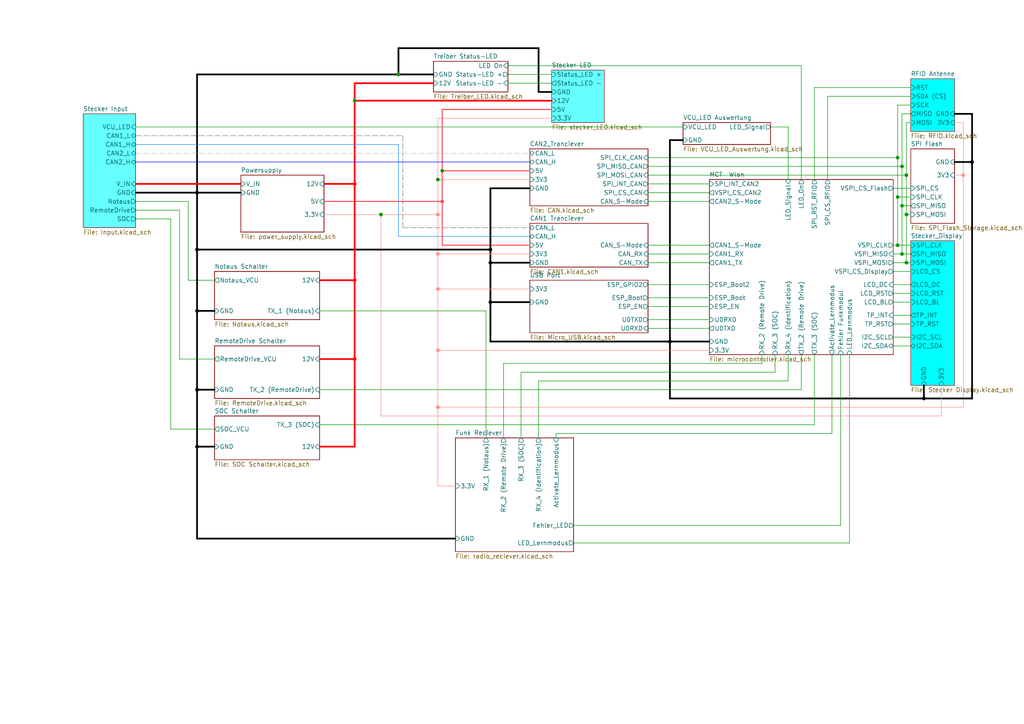
<source format=kicad_sch>
(kicad_sch
	(version 20250114)
	(generator "eeschema")
	(generator_version "9.0")
	(uuid "b9e5f262-9648-4b79-bdd1-af888b822329")
	(paper "A4")
	(title_block
		(title "E-Kart Option 1")
		(date "2025-04-01")
		(rev "1")
		(company "Leomax")
		(comment 1 "zentrale Steuer- und Kommunkationsplatine")
		(comment 2 "Bachelorarbiet")
		(comment 3 "Sebastian Hampl")
	)
	(lib_symbols)
	(junction
		(at 57.15 90.17)
		(diameter 0)
		(color 0 0 0 1)
		(uuid "05970226-1b5b-4c92-9239-1ea29248e78e")
	)
	(junction
		(at 261.62 48.26)
		(diameter 0)
		(color 0 0 0 0)
		(uuid "077dd5cc-d6e1-435b-a79c-c2eaf960cfd6")
	)
	(junction
		(at 142.24 87.63)
		(diameter 0)
		(color 0 0 0 1)
		(uuid "0d0ad2e4-86ca-4740-8f20-e5ac2f646e3e")
	)
	(junction
		(at 267.97 115.57)
		(diameter 0)
		(color 0 0 0 1)
		(uuid "104b0ef4-62e3-4387-88b3-1cabd5deee76")
	)
	(junction
		(at 261.62 73.66)
		(diameter 0)
		(color 0 0 0 0)
		(uuid "17889f38-def8-4a0f-b944-392744a8a330")
	)
	(junction
		(at 57.15 55.88)
		(diameter 0)
		(color 0 0 0 1)
		(uuid "21388159-00f6-48e1-ba4a-21d6cd608235")
	)
	(junction
		(at 127 101.6)
		(diameter 0)
		(color 255 137 135 1)
		(uuid "235fd245-3fb8-4b14-a84b-54693f2ca42b")
	)
	(junction
		(at 260.35 57.15)
		(diameter 0)
		(color 0 0 0 0)
		(uuid "2b057c23-2860-404b-922c-2d97754d6e23")
	)
	(junction
		(at 142.24 76.2)
		(diameter 0)
		(color 0 0 0 1)
		(uuid "3b68024f-2bea-4824-b589-01aa96752729")
	)
	(junction
		(at 127 118.11)
		(diameter 0)
		(color 255 137 135 1)
		(uuid "3da948c1-7dea-4903-9dc9-0c2117ffa805")
	)
	(junction
		(at 57.15 72.39)
		(diameter 0)
		(color 0 0 0 1)
		(uuid "443bfdf4-47d3-4b11-8f8b-788c356b05f8")
	)
	(junction
		(at 262.89 62.23)
		(diameter 0)
		(color 0 0 0 0)
		(uuid "54925997-b637-4f67-a432-5d5be2bd64d3")
	)
	(junction
		(at 115.57 21.59)
		(diameter 0)
		(color 0 0 0 0)
		(uuid "5cd8c74d-10aa-4dd0-819d-09af49b14f6b")
	)
	(junction
		(at 261.62 59.69)
		(diameter 0)
		(color 0 0 0 0)
		(uuid "5fa468af-da0e-4625-8f7e-fa0d15237ed0")
	)
	(junction
		(at 262.89 50.8)
		(diameter 0)
		(color 0 0 0 0)
		(uuid "626359dc-f577-461b-8c82-019fe21244d2")
	)
	(junction
		(at 128.27 49.53)
		(diameter 0)
		(color 0 0 0 0)
		(uuid "64f754f7-4cf6-433d-a0cf-626c92738bfa")
	)
	(junction
		(at 127 52.07)
		(diameter 0)
		(color 0 0 0 0)
		(uuid "66d1a5b5-e11b-4013-8195-1c38f076ab44")
	)
	(junction
		(at 142.24 72.39)
		(diameter 0)
		(color 0 0 0 1)
		(uuid "6c0aafc2-acd6-42ea-b65d-8d1baa8fb9b4")
	)
	(junction
		(at 127 83.82)
		(diameter 0)
		(color 255 137 135 1)
		(uuid "6cbdef58-7990-402a-86de-5bedcf6078e5")
	)
	(junction
		(at 281.94 46.99)
		(diameter 0)
		(color 0 0 0 1)
		(uuid "79050c21-5ea5-4a9e-8ce8-3ced404301ed")
	)
	(junction
		(at 260.35 71.12)
		(diameter 0)
		(color 0 0 0 0)
		(uuid "83708114-6f0a-44b8-a2a9-891dc5843382")
	)
	(junction
		(at 279.4 50.8)
		(diameter 0)
		(color 255 137 135 1)
		(uuid "92e9986b-38c5-46f5-8aac-65a702d73305")
	)
	(junction
		(at 57.15 113.03)
		(diameter 0)
		(color 0 0 0 1)
		(uuid "9830b0c9-55fd-4a8c-acfe-736c95b7471f")
	)
	(junction
		(at 127 73.66)
		(diameter 0)
		(color 255 137 135 1)
		(uuid "9d1fbc5c-abc8-40f0-9fa3-2cd08e323eac")
	)
	(junction
		(at 110.49 62.23)
		(diameter 0)
		(color 0 0 0 0)
		(uuid "af810439-9fce-4b39-944d-c77aa19b2962")
	)
	(junction
		(at 127 62.23)
		(diameter 0)
		(color 255 137 135 1)
		(uuid "be45c85c-9642-4663-8ac6-5dd908c41731")
	)
	(junction
		(at 194.31 99.06)
		(diameter 0)
		(color 0 0 0 1)
		(uuid "c39fe910-3f0f-4da3-9182-7d4a407babad")
	)
	(junction
		(at 102.87 53.34)
		(diameter 0)
		(color 255 0 4 1)
		(uuid "ca357f93-7ba0-4811-82f0-0c52cafb34ee")
	)
	(junction
		(at 260.35 45.72)
		(diameter 0)
		(color 0 0 0 0)
		(uuid "d166cb85-e15a-456e-9b2f-25218b0546b8")
	)
	(junction
		(at 102.87 29.21)
		(diameter 0)
		(color 0 0 0 0)
		(uuid "d1a8f68a-93a5-45fd-95f6-fd8d2ea2e795")
	)
	(junction
		(at 128.27 58.42)
		(diameter 0)
		(color 255 73 88 1)
		(uuid "d1fe8397-817e-42bb-b406-6bc7f556b900")
	)
	(junction
		(at 102.87 104.14)
		(diameter 0)
		(color 255 0 4 1)
		(uuid "d4fd31f1-8ccf-426c-9827-154e5c17ac06")
	)
	(junction
		(at 262.89 76.2)
		(diameter 0)
		(color 0 0 0 0)
		(uuid "db7ff8af-a33b-45db-be3b-d76327e7f7c0")
	)
	(junction
		(at 57.15 129.54)
		(diameter 0)
		(color 0 0 0 1)
		(uuid "e22f70ad-ea8b-4e2e-a766-fba39ae4f27b")
	)
	(junction
		(at 102.87 81.28)
		(diameter 0)
		(color 255 0 4 1)
		(uuid "e5cf0e3e-7867-4ee2-bc1c-5918994f9af2")
	)
	(wire
		(pts
			(xy 39.37 55.88) (xy 57.15 55.88)
		)
		(stroke
			(width 0.5)
			(type default)
			(color 0 0 0 1)
		)
		(uuid "00866966-a777-4e09-95ea-b63cb9bb11bc")
	)
	(wire
		(pts
			(xy 128.27 49.53) (xy 128.27 58.42)
		)
		(stroke
			(width 0.3)
			(type default)
			(color 255 73 88 1)
		)
		(uuid "009d3619-760d-4f55-ab19-78192386ccc8")
	)
	(wire
		(pts
			(xy 260.35 71.12) (xy 264.16 71.12)
		)
		(stroke
			(width 0)
			(type default)
		)
		(uuid "01c2f196-1865-40af-b0e1-1cdacecce6a1")
	)
	(wire
		(pts
			(xy 127 83.82) (xy 127 101.6)
		)
		(stroke
			(width 0)
			(type default)
			(color 255 137 135 1)
		)
		(uuid "02150501-c3c7-42de-9c2e-29ec88fbdc20")
	)
	(wire
		(pts
			(xy 236.22 102.87) (xy 236.22 123.19)
		)
		(stroke
			(width 0)
			(type default)
		)
		(uuid "023259f1-7513-44c4-a849-64b30860e064")
	)
	(wire
		(pts
			(xy 187.96 45.72) (xy 260.35 45.72)
		)
		(stroke
			(width 0)
			(type default)
		)
		(uuid "023ae2de-86e6-4441-9ae8-80660efe6c60")
	)
	(wire
		(pts
			(xy 147.32 24.13) (xy 160.02 24.13)
		)
		(stroke
			(width 0)
			(type default)
		)
		(uuid "0275cc7f-bfed-4099-8f52-54f72f87c022")
	)
	(wire
		(pts
			(xy 127 34.29) (xy 160.02 34.29)
		)
		(stroke
			(width 0)
			(type default)
			(color 255 137 135 1)
		)
		(uuid "028cd857-e704-4363-8a7f-e38add7f4985")
	)
	(wire
		(pts
			(xy 62.23 124.46) (xy 49.53 124.46)
		)
		(stroke
			(width 0)
			(type default)
		)
		(uuid "031c5cfe-f43b-4ecb-b4bd-f382a00279bf")
	)
	(wire
		(pts
			(xy 102.87 29.21) (xy 160.02 29.21)
		)
		(stroke
			(width 0.5)
			(type default)
			(color 255 0 4 1)
		)
		(uuid "04bd8eec-45f5-488d-8bef-5cffd2ff8503")
	)
	(wire
		(pts
			(xy 92.71 129.54) (xy 102.87 129.54)
		)
		(stroke
			(width 0.5)
			(type default)
			(color 255 0 4 1)
		)
		(uuid "06592bad-2b51-4645-b744-f1818d633032")
	)
	(wire
		(pts
			(xy 93.98 62.23) (xy 110.49 62.23)
		)
		(stroke
			(width 0)
			(type default)
			(color 255 137 135 1)
		)
		(uuid "0665f6e3-93c5-497a-ae5c-a8af2d85f736")
	)
	(wire
		(pts
			(xy 259.08 85.09) (xy 264.16 85.09)
		)
		(stroke
			(width 0)
			(type default)
		)
		(uuid "06812bc2-f796-41f4-b1f9-d4390de0d9ee")
	)
	(wire
		(pts
			(xy 93.98 58.42) (xy 128.27 58.42)
		)
		(stroke
			(width 0.3)
			(type default)
			(color 255 73 88 1)
		)
		(uuid "07f40d1a-dafa-417e-a201-4e293e1107ed")
	)
	(wire
		(pts
			(xy 132.08 140.97) (xy 127 140.97)
		)
		(stroke
			(width 0)
			(type default)
			(color 255 137 135 1)
		)
		(uuid "0f5804a0-60e4-4a4c-9fc9-c248ec22abba")
	)
	(wire
		(pts
			(xy 110.49 62.23) (xy 127 62.23)
		)
		(stroke
			(width 0)
			(type default)
			(color 255 137 135 1)
		)
		(uuid "106e2396-10ed-41c1-b577-3f05235faccd")
	)
	(wire
		(pts
			(xy 102.87 81.28) (xy 92.71 81.28)
		)
		(stroke
			(width 0.5)
			(type default)
			(color 255 0 4 1)
		)
		(uuid "1158d06d-1242-434f-b5ca-0088d03dc65f")
	)
	(wire
		(pts
			(xy 57.15 55.88) (xy 69.85 55.88)
		)
		(stroke
			(width 0.5)
			(type default)
			(color 0 0 0 1)
		)
		(uuid "1680554e-7bde-445f-84b4-65cc64f03ea0")
	)
	(wire
		(pts
			(xy 128.27 31.75) (xy 160.02 31.75)
		)
		(stroke
			(width 0.3)
			(type default)
			(color 255 73 88 1)
		)
		(uuid "19bc998b-6ed9-45fc-9e3b-6c6ef4baef02")
	)
	(wire
		(pts
			(xy 127 101.6) (xy 205.74 101.6)
		)
		(stroke
			(width 0)
			(type default)
			(color 255 137 135 1)
		)
		(uuid "1a91789e-1a03-4179-94cc-53cd49acff1d")
	)
	(wire
		(pts
			(xy 220.98 105.41) (xy 146.05 105.41)
		)
		(stroke
			(width 0)
			(type default)
		)
		(uuid "1fa47ecd-4089-4681-82b0-163949ddcdd0")
	)
	(wire
		(pts
			(xy 187.96 71.12) (xy 205.74 71.12)
		)
		(stroke
			(width 0)
			(type default)
		)
		(uuid "1fde91d0-c980-451b-9ca3-a79649cfb2e6")
	)
	(wire
		(pts
			(xy 102.87 53.34) (xy 102.87 81.28)
		)
		(stroke
			(width 0.5)
			(type default)
			(color 255 0 4 1)
		)
		(uuid "2061c6e5-b558-478b-a51d-7b8d88a8bd6d")
	)
	(wire
		(pts
			(xy 240.03 27.94) (xy 240.03 52.07)
		)
		(stroke
			(width 0)
			(type default)
		)
		(uuid "2368bc3b-5ee7-4764-9b14-2bcc22ecb65d")
	)
	(wire
		(pts
			(xy 93.98 53.34) (xy 102.87 53.34)
		)
		(stroke
			(width 0.5)
			(type default)
			(color 255 0 4 1)
		)
		(uuid "240af2b7-a522-4e55-85cc-42105ce3f7fd")
	)
	(wire
		(pts
			(xy 142.24 87.63) (xy 142.24 99.06)
		)
		(stroke
			(width 0.5)
			(type default)
			(color 0 0 0 1)
		)
		(uuid "25caacb4-9ce6-4dcf-b247-96819ba57b48")
	)
	(wire
		(pts
			(xy 243.84 102.87) (xy 243.84 152.4)
		)
		(stroke
			(width 0)
			(type default)
		)
		(uuid "25f62ca8-1aa5-45f6-9ccb-1144a3120386")
	)
	(wire
		(pts
			(xy 125.73 21.59) (xy 115.57 21.59)
		)
		(stroke
			(width 0.5)
			(type default)
			(color 0 0 0 1)
		)
		(uuid "263fc98a-7eee-4c85-814a-2015d9c97cd4")
	)
	(wire
		(pts
			(xy 128.27 49.53) (xy 153.67 49.53)
		)
		(stroke
			(width 0.3)
			(type default)
			(color 255 73 88 1)
		)
		(uuid "26ab0396-ebf7-4dad-a179-ceb03bc6faf9")
	)
	(wire
		(pts
			(xy 262.89 62.23) (xy 262.89 76.2)
		)
		(stroke
			(width 0)
			(type default)
		)
		(uuid "274ddeaa-128e-4656-ad8a-ba303a2c018f")
	)
	(wire
		(pts
			(xy 116.84 66.04) (xy 153.67 66.04)
		)
		(stroke
			(width 0)
			(type dash)
			(color 132 132 132 1)
		)
		(uuid "27b7ecf6-d3c3-4131-a39c-8c1f77e911b1")
	)
	(wire
		(pts
			(xy 39.37 58.42) (xy 54.61 58.42)
		)
		(stroke
			(width 0)
			(type default)
		)
		(uuid "29775117-9bda-4427-ac70-fa1f70b9ffb4")
	)
	(wire
		(pts
			(xy 264.16 27.94) (xy 240.03 27.94)
		)
		(stroke
			(width 0)
			(type default)
		)
		(uuid "2d1d6038-df92-4df4-bb05-26e98f20b993")
	)
	(wire
		(pts
			(xy 260.35 57.15) (xy 260.35 71.12)
		)
		(stroke
			(width 0)
			(type default)
		)
		(uuid "2e91b2df-5e59-4d54-bc78-a5d60abe01f1")
	)
	(wire
		(pts
			(xy 142.24 54.61) (xy 153.67 54.61)
		)
		(stroke
			(width 0.5)
			(type default)
			(color 0 0 0 1)
		)
		(uuid "2f8f91a6-2f72-402c-8704-08da0b5b6396")
	)
	(wire
		(pts
			(xy 57.15 90.17) (xy 57.15 113.03)
		)
		(stroke
			(width 0.5)
			(type default)
			(color 0 0 0 1)
		)
		(uuid "33c580c5-598b-400c-a894-82c1d1b44bae")
	)
	(wire
		(pts
			(xy 128.27 49.53) (xy 128.27 31.75)
		)
		(stroke
			(width 0.3)
			(type default)
			(color 255 73 88 1)
		)
		(uuid "3428f161-772a-4c0b-b054-d2e6da33e0f8")
	)
	(wire
		(pts
			(xy 127 52.07) (xy 127 34.29)
		)
		(stroke
			(width 0)
			(type default)
			(color 255 137 135 1)
		)
		(uuid "3ad55417-fdb2-4bb0-acb6-0bfc5bc03282")
	)
	(wire
		(pts
			(xy 127 140.97) (xy 127 118.11)
		)
		(stroke
			(width 0)
			(type default)
			(color 255 137 135 1)
		)
		(uuid "3b0ede79-fe3a-4df1-8869-3fa50e7f5b9b")
	)
	(wire
		(pts
			(xy 194.31 99.06) (xy 205.74 99.06)
		)
		(stroke
			(width 0.5)
			(type default)
			(color 0 0 0 1)
		)
		(uuid "3b136fb1-599a-4559-bdb5-6ac6155d3359")
	)
	(wire
		(pts
			(xy 153.67 73.66) (xy 127 73.66)
		)
		(stroke
			(width 0)
			(type default)
			(color 255 137 135 1)
		)
		(uuid "3e2e9165-4647-4c37-a4f1-a10b6fe493fc")
	)
	(wire
		(pts
			(xy 279.4 50.8) (xy 279.4 118.11)
		)
		(stroke
			(width 0)
			(type default)
			(color 255 137 135 1)
		)
		(uuid "3edec5eb-ecc1-4287-b3fa-20c29b2d644d")
	)
	(wire
		(pts
			(xy 262.89 76.2) (xy 264.16 76.2)
		)
		(stroke
			(width 0)
			(type default)
		)
		(uuid "4061e427-dacd-4f16-9ea8-1aa8bbe1bd15")
	)
	(wire
		(pts
			(xy 187.96 48.26) (xy 261.62 48.26)
		)
		(stroke
			(width 0)
			(type default)
		)
		(uuid "40cd80a6-ef4f-4d3f-bd6b-101d6d2a0c0a")
	)
	(wire
		(pts
			(xy 57.15 113.03) (xy 62.23 113.03)
		)
		(stroke
			(width 0.5)
			(type default)
			(color 0 0 0 1)
		)
		(uuid "42dbc943-9ee1-4876-86d0-498df4bf5645")
	)
	(wire
		(pts
			(xy 264.16 59.69) (xy 261.62 59.69)
		)
		(stroke
			(width 0)
			(type default)
		)
		(uuid "4308e9f2-bcf9-4ffb-b8fe-9e21bb94513c")
	)
	(wire
		(pts
			(xy 39.37 44.45) (xy 153.67 44.45)
		)
		(stroke
			(width 0)
			(type dash)
			(color 194 194 194 1)
		)
		(uuid "437851fe-4c95-4a80-8d4d-202c77063cc7")
	)
	(wire
		(pts
			(xy 39.37 41.91) (xy 115.57 41.91)
		)
		(stroke
			(width 0)
			(type default)
			(color 0 133 255 1)
		)
		(uuid "446e88b8-2ab1-42a4-b0f0-2b01ee62e241")
	)
	(wire
		(pts
			(xy 142.24 72.39) (xy 142.24 76.2)
		)
		(stroke
			(width 0.5)
			(type default)
			(color 0 0 0 1)
		)
		(uuid "449ec3c2-0049-4716-87d6-5bddb19b20d5")
	)
	(wire
		(pts
			(xy 125.73 24.13) (xy 102.87 24.13)
		)
		(stroke
			(width 0.5)
			(type default)
			(color 255 0 4 1)
		)
		(uuid "467e57fd-308b-40db-8b8a-02d570429c31")
	)
	(wire
		(pts
			(xy 102.87 81.28) (xy 102.87 104.14)
		)
		(stroke
			(width 0.5)
			(type default)
			(color 255 0 4 1)
		)
		(uuid "46bbdeaa-fe90-4ed4-b4a4-4b39242210dd")
	)
	(wire
		(pts
			(xy 281.94 46.99) (xy 281.94 115.57)
		)
		(stroke
			(width 0.5)
			(type default)
			(color 0 0 0 1)
		)
		(uuid "47875509-dead-4aee-80e9-f50e4c6522b3")
	)
	(wire
		(pts
			(xy 194.31 99.06) (xy 142.24 99.06)
		)
		(stroke
			(width 0.5)
			(type default)
			(color 0 0 0 1)
		)
		(uuid "4802d72e-4ad5-4801-bc69-a617be061beb")
	)
	(wire
		(pts
			(xy 39.37 60.96) (xy 52.07 60.96)
		)
		(stroke
			(width 0)
			(type default)
		)
		(uuid "4a5e73f1-247e-4091-b269-9226d83637cb")
	)
	(wire
		(pts
			(xy 57.15 55.88) (xy 57.15 72.39)
		)
		(stroke
			(width 0.5)
			(type default)
			(color 0 0 0 1)
		)
		(uuid "4bfb878d-b3f6-4b3d-89da-1ddb544f973a")
	)
	(wire
		(pts
			(xy 102.87 24.13) (xy 102.87 29.21)
		)
		(stroke
			(width 0.5)
			(type default)
			(color 255 0 4 1)
		)
		(uuid "4c12b3c4-00cb-4087-84d0-421eae5ebf9a")
	)
	(wire
		(pts
			(xy 142.24 76.2) (xy 153.67 76.2)
		)
		(stroke
			(width 0.5)
			(type default)
			(color 0 0 0 1)
		)
		(uuid "50c5fbbf-b0f5-4db3-974b-3a77b075e144")
	)
	(wire
		(pts
			(xy 54.61 81.28) (xy 54.61 58.42)
		)
		(stroke
			(width 0)
			(type default)
		)
		(uuid "51fa6949-6c96-493d-bc4a-f556122969aa")
	)
	(wire
		(pts
			(xy 161.29 125.73) (xy 241.3 125.73)
		)
		(stroke
			(width 0)
			(type default)
		)
		(uuid "5239055f-9e06-42c0-abbd-e1a8574413dd")
	)
	(wire
		(pts
			(xy 262.89 35.56) (xy 262.89 50.8)
		)
		(stroke
			(width 0)
			(type default)
		)
		(uuid "5536bfac-ee8a-452a-a3ac-d211da0e0b9b")
	)
	(wire
		(pts
			(xy 264.16 30.48) (xy 260.35 30.48)
		)
		(stroke
			(width 0)
			(type default)
		)
		(uuid "56abfc3b-62ac-4afb-8ab7-ed3a18c9b4e2")
	)
	(wire
		(pts
			(xy 259.08 78.74) (xy 264.16 78.74)
		)
		(stroke
			(width 0)
			(type default)
		)
		(uuid "5e02979b-d23f-4c9d-b223-c497d56bb821")
	)
	(wire
		(pts
			(xy 228.6 110.49) (xy 156.21 110.49)
		)
		(stroke
			(width 0)
			(type default)
		)
		(uuid "5e8093bf-4d0c-44d6-aeea-f0ea656e9e5d")
	)
	(wire
		(pts
			(xy 52.07 60.96) (xy 52.07 104.14)
		)
		(stroke
			(width 0)
			(type default)
		)
		(uuid "5fde6abd-f84e-4853-8207-fb31c56fbf78")
	)
	(wire
		(pts
			(xy 110.49 120.65) (xy 273.05 120.65)
		)
		(stroke
			(width 0)
			(type default)
			(color 255 137 135 1)
		)
		(uuid "66f887ca-ec7c-48f5-8b2c-edba8ca1eaa4")
	)
	(wire
		(pts
			(xy 194.31 40.64) (xy 198.12 40.64)
		)
		(stroke
			(width 0.5)
			(type default)
			(color 0 0 0 1)
		)
		(uuid "68aba9e5-a715-4623-8722-0c3cc09c3719")
	)
	(wire
		(pts
			(xy 224.79 107.95) (xy 151.13 107.95)
		)
		(stroke
			(width 0)
			(type default)
		)
		(uuid "6b70c862-8c2f-49a9-aba0-77a51e652a39")
	)
	(wire
		(pts
			(xy 228.6 52.07) (xy 228.6 36.83)
		)
		(stroke
			(width 0)
			(type default)
		)
		(uuid "6c294daf-afad-4ad8-83e9-8e4698fb82fd")
	)
	(wire
		(pts
			(xy 127 73.66) (xy 127 83.82)
		)
		(stroke
			(width 0)
			(type default)
			(color 255 137 135 1)
		)
		(uuid "6cee5b1e-966e-4486-ae1a-a1735bd012cb")
	)
	(wire
		(pts
			(xy 92.71 90.17) (xy 140.97 90.17)
		)
		(stroke
			(width 0)
			(type default)
		)
		(uuid "6fc59338-251e-41aa-83bf-9f8ee339297a")
	)
	(wire
		(pts
			(xy 264.16 62.23) (xy 262.89 62.23)
		)
		(stroke
			(width 0)
			(type default)
		)
		(uuid "707c9972-993b-4108-90f3-5b7429910ac2")
	)
	(wire
		(pts
			(xy 279.4 50.8) (xy 279.4 35.56)
		)
		(stroke
			(width 0)
			(type default)
			(color 255 137 135 1)
		)
		(uuid "70d42fdb-1aa3-4418-af5c-7529d93ab7f9")
	)
	(wire
		(pts
			(xy 127 52.07) (xy 153.67 52.07)
		)
		(stroke
			(width 0)
			(type default)
			(color 255 137 135 1)
		)
		(uuid "7389a816-b6db-4181-97fc-2a6e01da62c2")
	)
	(wire
		(pts
			(xy 57.15 72.39) (xy 57.15 90.17)
		)
		(stroke
			(width 0.5)
			(type default)
			(color 0 0 0 1)
		)
		(uuid "740ff57e-23bf-4ac8-b451-f243c2624444")
	)
	(wire
		(pts
			(xy 281.94 33.02) (xy 276.86 33.02)
		)
		(stroke
			(width 0.5)
			(type default)
			(color 0 0 0 1)
		)
		(uuid "754bde04-7ceb-4296-a003-c91c0931a8e4")
	)
	(wire
		(pts
			(xy 187.96 55.88) (xy 205.74 55.88)
		)
		(stroke
			(width 0)
			(type default)
		)
		(uuid "75bff4eb-b1ca-4d23-84b0-839c16b46325")
	)
	(wire
		(pts
			(xy 147.32 21.59) (xy 160.02 21.59)
		)
		(stroke
			(width 0)
			(type default)
		)
		(uuid "7cf4b244-6b64-4754-a1cf-3a5569d0764e")
	)
	(wire
		(pts
			(xy 187.96 50.8) (xy 262.89 50.8)
		)
		(stroke
			(width 0)
			(type default)
		)
		(uuid "7e181596-d52a-46df-9f92-14b4f1580437")
	)
	(wire
		(pts
			(xy 228.6 102.87) (xy 228.6 110.49)
		)
		(stroke
			(width 0)
			(type default)
		)
		(uuid "7e7d2dde-01eb-41cc-a26b-c724516a9470")
	)
	(wire
		(pts
			(xy 57.15 90.17) (xy 62.23 90.17)
		)
		(stroke
			(width 0.5)
			(type default)
			(color 0 0 0 1)
		)
		(uuid "81622bef-dafe-4792-96f2-d282d8df95a5")
	)
	(wire
		(pts
			(xy 147.32 19.05) (xy 232.41 19.05)
		)
		(stroke
			(width 0)
			(type default)
		)
		(uuid "8752ecfc-7c8d-4d0f-ad67-0e725a8f3be6")
	)
	(wire
		(pts
			(xy 146.05 105.41) (xy 146.05 127)
		)
		(stroke
			(width 0)
			(type default)
		)
		(uuid "8831a76a-2ba3-491d-881a-b02c8df9c198")
	)
	(wire
		(pts
			(xy 232.41 19.05) (xy 232.41 52.07)
		)
		(stroke
			(width 0)
			(type default)
		)
		(uuid "89fe2c2e-fb53-4a6d-9d91-1e0024318b4c")
	)
	(wire
		(pts
			(xy 62.23 104.14) (xy 52.07 104.14)
		)
		(stroke
			(width 0)
			(type default)
		)
		(uuid "8b47dae7-6021-4556-88fb-ad4c13f1b0e7")
	)
	(wire
		(pts
			(xy 259.08 76.2) (xy 262.89 76.2)
		)
		(stroke
			(width 0)
			(type default)
		)
		(uuid "8bddc193-1c4d-4015-ba6c-69e9fc8e39aa")
	)
	(wire
		(pts
			(xy 187.96 86.36) (xy 205.74 86.36)
		)
		(stroke
			(width 0)
			(type default)
		)
		(uuid "8c6eaacb-92b6-43de-bdd9-9a8534da7b74")
	)
	(wire
		(pts
			(xy 260.35 30.48) (xy 260.35 45.72)
		)
		(stroke
			(width 0)
			(type default)
		)
		(uuid "8d5c656c-49bf-4663-b2af-0c3d51240d0f")
	)
	(wire
		(pts
			(xy 246.38 102.87) (xy 246.38 157.48)
		)
		(stroke
			(width 0)
			(type default)
		)
		(uuid "8f30d0fe-b8c9-4e2b-95a6-0811c6ea8f63")
	)
	(wire
		(pts
			(xy 115.57 13.97) (xy 156.21 13.97)
		)
		(stroke
			(width 0.5)
			(type default)
			(color 0 0 0 1)
		)
		(uuid "8fd53e68-5bf0-4fc3-a129-c78cafd8b628")
	)
	(wire
		(pts
			(xy 153.67 71.12) (xy 128.27 71.12)
		)
		(stroke
			(width 0.3)
			(type default)
			(color 255 73 88 1)
		)
		(uuid "932a5045-bd03-41ba-8d90-79251c5f6261")
	)
	(wire
		(pts
			(xy 153.67 68.58) (xy 115.57 68.58)
		)
		(stroke
			(width 0)
			(type default)
			(color 0 133 255 1)
		)
		(uuid "94b15ad2-a4df-491b-a076-d0c67666ea5c")
	)
	(wire
		(pts
			(xy 194.31 115.57) (xy 267.97 115.57)
		)
		(stroke
			(width 0.5)
			(type default)
			(color 0 0 0 1)
		)
		(uuid "959b0f50-3710-4c8c-af9a-86cfb41b134a")
	)
	(wire
		(pts
			(xy 187.96 73.66) (xy 205.74 73.66)
		)
		(stroke
			(width 0)
			(type default)
		)
		(uuid "95f201ac-94d4-465d-a2d5-4fe6efab1371")
	)
	(wire
		(pts
			(xy 39.37 63.5) (xy 49.53 63.5)
		)
		(stroke
			(width 0)
			(type default)
		)
		(uuid "99f24851-0a8a-4ea4-ac2a-b2d6ab530632")
	)
	(wire
		(pts
			(xy 267.97 111.76) (xy 267.97 115.57)
		)
		(stroke
			(width 0.5)
			(type default)
			(color 0 0 0 1)
		)
		(uuid "9a682230-2d7e-4472-aa92-40a9a6236712")
	)
	(wire
		(pts
			(xy 142.24 76.2) (xy 142.24 87.63)
		)
		(stroke
			(width 0.5)
			(type default)
			(color 0 0 0 1)
		)
		(uuid "9acdadb4-fad2-4246-a13e-28ee5eb5aac9")
	)
	(wire
		(pts
			(xy 232.41 102.87) (xy 232.41 113.03)
		)
		(stroke
			(width 0)
			(type default)
		)
		(uuid "9d2da989-3a32-4417-895a-0704ed841bfe")
	)
	(wire
		(pts
			(xy 194.31 40.64) (xy 194.31 99.06)
		)
		(stroke
			(width 0.5)
			(type default)
			(color 0 0 0 1)
		)
		(uuid "9de4c558-5aee-4dbc-b281-ca1b5ffc01c3")
	)
	(wire
		(pts
			(xy 261.62 59.69) (xy 261.62 73.66)
		)
		(stroke
			(width 0)
			(type default)
		)
		(uuid "a034d989-0129-467c-ab17-91e53a62fdfd")
	)
	(wire
		(pts
			(xy 128.27 71.12) (xy 128.27 58.42)
		)
		(stroke
			(width 0.3)
			(type default)
			(color 255 73 88 1)
		)
		(uuid "a34ef1ae-094f-497c-9241-b8605fae7f1e")
	)
	(wire
		(pts
			(xy 262.89 50.8) (xy 262.89 62.23)
		)
		(stroke
			(width 0)
			(type default)
		)
		(uuid "a3c65266-e4a7-4e83-9f36-005dd842f9a2")
	)
	(wire
		(pts
			(xy 39.37 53.34) (xy 69.85 53.34)
		)
		(stroke
			(width 0.5)
			(type default)
			(color 255 0 0 1)
		)
		(uuid "a3c8b963-6187-46de-8882-4af596492a96")
	)
	(wire
		(pts
			(xy 276.86 46.99) (xy 281.94 46.99)
		)
		(stroke
			(width 0.5)
			(type default)
			(color 0 0 0 1)
		)
		(uuid "a5c3fdd2-4704-48d2-9d90-c451e8a11894")
	)
	(wire
		(pts
			(xy 166.37 152.4) (xy 243.84 152.4)
		)
		(stroke
			(width 0)
			(type default)
		)
		(uuid "a5d7dae3-5cdf-441c-a2f1-d65193de7010")
	)
	(wire
		(pts
			(xy 156.21 13.97) (xy 156.21 26.67)
		)
		(stroke
			(width 0.5)
			(type default)
			(color 0 0 0 1)
		)
		(uuid "a69b8a98-5ae9-4bcc-b64e-873f99cc0f06")
	)
	(wire
		(pts
			(xy 127 62.23) (xy 127 73.66)
		)
		(stroke
			(width 0)
			(type default)
			(color 255 137 135 1)
		)
		(uuid "a6d6d2a6-1ce9-4f62-8091-e582acc38cfd")
	)
	(wire
		(pts
			(xy 223.52 36.83) (xy 228.6 36.83)
		)
		(stroke
			(width 0)
			(type default)
		)
		(uuid "a7151fe3-3e71-4a0b-91c2-870b07d6b720")
	)
	(wire
		(pts
			(xy 132.08 156.21) (xy 57.15 156.21)
		)
		(stroke
			(width 0.5)
			(type default)
			(color 0 0 0 1)
		)
		(uuid "a77d880b-ba3c-4f22-a54e-2620b6b71d6d")
	)
	(wire
		(pts
			(xy 264.16 33.02) (xy 261.62 33.02)
		)
		(stroke
			(width 0)
			(type default)
		)
		(uuid "a796c23d-8440-4592-ae30-ae222d23d7f0")
	)
	(wire
		(pts
			(xy 156.21 110.49) (xy 156.21 127)
		)
		(stroke
			(width 0)
			(type default)
		)
		(uuid "a877cbd0-76f7-4c11-80a5-d09820f89bbb")
	)
	(wire
		(pts
			(xy 127 52.07) (xy 127 62.23)
		)
		(stroke
			(width 0)
			(type default)
			(color 255 137 135 1)
		)
		(uuid "a8e65aab-4247-4045-b68a-6b6727698f17")
	)
	(wire
		(pts
			(xy 161.29 127) (xy 161.29 125.73)
		)
		(stroke
			(width 0)
			(type default)
		)
		(uuid "a98b5ee5-8abb-43d8-80be-0035c019df33")
	)
	(wire
		(pts
			(xy 187.96 53.34) (xy 205.74 53.34)
		)
		(stroke
			(width 0)
			(type default)
		)
		(uuid "a9a0270a-f902-4651-b983-2308fa75f193")
	)
	(wire
		(pts
			(xy 236.22 25.4) (xy 264.16 25.4)
		)
		(stroke
			(width 0)
			(type default)
		)
		(uuid "a9b37191-c4c1-43a2-84a1-c102dac36564")
	)
	(wire
		(pts
			(xy 259.08 97.79) (xy 264.16 97.79)
		)
		(stroke
			(width 0)
			(type default)
		)
		(uuid "aa0f8fcd-d9e6-4e4c-9d3b-18813f075561")
	)
	(wire
		(pts
			(xy 166.37 157.48) (xy 246.38 157.48)
		)
		(stroke
			(width 0)
			(type default)
		)
		(uuid "ab9222c4-c8f4-44d5-b6d7-9afff1d04f12")
	)
	(wire
		(pts
			(xy 194.31 115.57) (xy 194.31 99.06)
		)
		(stroke
			(width 0.5)
			(type default)
			(color 0 0 0 1)
		)
		(uuid "ac159803-082d-4f12-91b2-ff4c19fce42f")
	)
	(wire
		(pts
			(xy 54.61 81.28) (xy 62.23 81.28)
		)
		(stroke
			(width 0)
			(type default)
		)
		(uuid "aeac29de-1c65-4b12-8e72-3784282f1b3e")
	)
	(wire
		(pts
			(xy 151.13 107.95) (xy 151.13 127)
		)
		(stroke
			(width 0)
			(type default)
		)
		(uuid "b1668821-4504-4d3a-a790-646db8c447b8")
	)
	(wire
		(pts
			(xy 259.08 87.63) (xy 264.16 87.63)
		)
		(stroke
			(width 0)
			(type default)
		)
		(uuid "b181ddbb-a6a2-44bf-8869-24ff861a299b")
	)
	(wire
		(pts
			(xy 127 118.11) (xy 127 101.6)
		)
		(stroke
			(width 0)
			(type default)
			(color 255 137 135 1)
		)
		(uuid "b2210f0d-c90e-4185-a0b9-658b60212f84")
	)
	(wire
		(pts
			(xy 187.96 88.9) (xy 205.74 88.9)
		)
		(stroke
			(width 0)
			(type default)
		)
		(uuid "b277f5f4-73b6-44a6-aa85-6bc82a468ea8")
	)
	(wire
		(pts
			(xy 241.3 125.73) (xy 241.3 102.87)
		)
		(stroke
			(width 0)
			(type default)
		)
		(uuid "b4d7c144-cf29-4638-b98e-1d5659e3d1bd")
	)
	(wire
		(pts
			(xy 57.15 72.39) (xy 142.24 72.39)
		)
		(stroke
			(width 0.5)
			(type default)
			(color 0 0 0 1)
		)
		(uuid "b6a1178f-3815-4cac-a4e1-18530a4d3e2e")
	)
	(wire
		(pts
			(xy 57.15 21.59) (xy 57.15 55.88)
		)
		(stroke
			(width 0.5)
			(type default)
			(color 0 0 0 1)
		)
		(uuid "b712ad6e-6db6-4e68-bcb9-457d2cda17bf")
	)
	(wire
		(pts
			(xy 115.57 21.59) (xy 115.57 13.97)
		)
		(stroke
			(width 0.5)
			(type default)
			(color 0 0 0 1)
		)
		(uuid "b71ab641-65b4-4d52-86a2-5b99cdf35ded")
	)
	(wire
		(pts
			(xy 102.87 129.54) (xy 102.87 104.14)
		)
		(stroke
			(width 0.5)
			(type default)
			(color 255 0 4 1)
		)
		(uuid "b8549d6a-5fe3-4e37-bb9c-ba81aec48150")
	)
	(wire
		(pts
			(xy 261.62 33.02) (xy 261.62 48.26)
		)
		(stroke
			(width 0)
			(type default)
		)
		(uuid "b940523f-7e32-46a5-b448-68648157828c")
	)
	(wire
		(pts
			(xy 142.24 54.61) (xy 142.24 72.39)
		)
		(stroke
			(width 0.5)
			(type default)
			(color 0 0 0 1)
		)
		(uuid "b974f9b4-9d68-4541-ad0e-9960c456862e")
	)
	(wire
		(pts
			(xy 115.57 21.59) (xy 57.15 21.59)
		)
		(stroke
			(width 0.5)
			(type default)
			(color 0 0 0 1)
		)
		(uuid "b9953479-48ff-46a9-bb0b-cee826e8ae76")
	)
	(wire
		(pts
			(xy 260.35 45.72) (xy 260.35 57.15)
		)
		(stroke
			(width 0)
			(type default)
		)
		(uuid "b9d3a393-e606-4366-813c-f95f92d8c3dc")
	)
	(wire
		(pts
			(xy 39.37 46.99) (xy 153.67 46.99)
		)
		(stroke
			(width 0)
			(type solid)
			(color 0 0 255 1)
		)
		(uuid "baa28b6f-4338-4b79-ae6d-5d64db42ac7e")
	)
	(wire
		(pts
			(xy 39.37 36.83) (xy 198.12 36.83)
		)
		(stroke
			(width 0)
			(type default)
		)
		(uuid "be61009f-1aac-40f8-8ab8-d1ea55919d82")
	)
	(wire
		(pts
			(xy 236.22 123.19) (xy 92.71 123.19)
		)
		(stroke
			(width 0)
			(type default)
		)
		(uuid "c0e38815-569f-4e5a-926f-b180156744f5")
	)
	(wire
		(pts
			(xy 259.08 91.44) (xy 264.16 91.44)
		)
		(stroke
			(width 0)
			(type default)
		)
		(uuid "c29861f3-ef87-4665-80d4-2e2d8e1ee5ca")
	)
	(wire
		(pts
			(xy 259.08 82.55) (xy 264.16 82.55)
		)
		(stroke
			(width 0)
			(type default)
		)
		(uuid "c3c728fb-d310-4837-8568-9ca1c8610349")
	)
	(wire
		(pts
			(xy 187.96 58.42) (xy 205.74 58.42)
		)
		(stroke
			(width 0)
			(type default)
		)
		(uuid "c5829fd1-e34f-44ad-aadb-d53bb4d9a535")
	)
	(wire
		(pts
			(xy 259.08 100.33) (xy 264.16 100.33)
		)
		(stroke
			(width 0)
			(type default)
		)
		(uuid "c5ae8d65-1ab2-4a5a-8b4e-65271cca8d77")
	)
	(wire
		(pts
			(xy 261.62 73.66) (xy 264.16 73.66)
		)
		(stroke
			(width 0)
			(type default)
		)
		(uuid "ca1c1d68-3d37-4c40-a615-4f49be13d779")
	)
	(wire
		(pts
			(xy 49.53 124.46) (xy 49.53 63.5)
		)
		(stroke
			(width 0)
			(type default)
		)
		(uuid "cee8830f-cdd9-4f4a-8331-3974b3b1df81")
	)
	(wire
		(pts
			(xy 264.16 35.56) (xy 262.89 35.56)
		)
		(stroke
			(width 0)
			(type default)
		)
		(uuid "d0991b3a-7028-4ebf-afe8-27ee52433d9a")
	)
	(wire
		(pts
			(xy 279.4 35.56) (xy 276.86 35.56)
		)
		(stroke
			(width 0)
			(type default)
			(color 255 137 135 1)
		)
		(uuid "d1fdddde-5a04-44ee-aa77-1153c7dd352f")
	)
	(wire
		(pts
			(xy 142.24 87.63) (xy 153.67 87.63)
		)
		(stroke
			(width 0.5)
			(type default)
			(color 0 0 0 1)
		)
		(uuid "d274b791-1ad9-4432-b090-634709b3c185")
	)
	(wire
		(pts
			(xy 140.97 90.17) (xy 140.97 127)
		)
		(stroke
			(width 0)
			(type default)
		)
		(uuid "d3e688b9-068f-40dc-b85c-1522da21819f")
	)
	(wire
		(pts
			(xy 39.37 39.37) (xy 116.84 39.37)
		)
		(stroke
			(width 0)
			(type dash)
			(color 132 132 132 1)
		)
		(uuid "d4c07942-20d5-4998-acd7-1d856b3b715e")
	)
	(wire
		(pts
			(xy 281.94 46.99) (xy 281.94 33.02)
		)
		(stroke
			(width 0.5)
			(type default)
			(color 0 0 0 1)
		)
		(uuid "d574543f-8984-4fa1-abfd-4fd198448859")
	)
	(wire
		(pts
			(xy 57.15 113.03) (xy 57.15 129.54)
		)
		(stroke
			(width 0.5)
			(type default)
			(color 0 0 0 1)
		)
		(uuid "d61ee5da-8055-410d-aaf7-20e313c2523c")
	)
	(wire
		(pts
			(xy 259.08 73.66) (xy 261.62 73.66)
		)
		(stroke
			(width 0)
			(type default)
		)
		(uuid "d6e4ae1a-98ef-4d53-be27-039244ee748f")
	)
	(wire
		(pts
			(xy 264.16 57.15) (xy 260.35 57.15)
		)
		(stroke
			(width 0)
			(type default)
		)
		(uuid "d7b89d6c-9d46-4ea3-9f5b-a349e21d975f")
	)
	(wire
		(pts
			(xy 187.96 76.2) (xy 205.74 76.2)
		)
		(stroke
			(width 0)
			(type default)
		)
		(uuid "d8b7d5a3-71f2-44b9-a682-3cd835f8aac2")
	)
	(wire
		(pts
			(xy 127 118.11) (xy 279.4 118.11)
		)
		(stroke
			(width 0)
			(type default)
			(color 255 137 135 1)
		)
		(uuid "d919adb7-d096-40b4-be1f-6257a3ac21b9")
	)
	(wire
		(pts
			(xy 57.15 129.54) (xy 62.23 129.54)
		)
		(stroke
			(width 0.5)
			(type default)
			(color 0 0 0 1)
		)
		(uuid "da281d9a-ece7-404c-85b9-df3be5c72a13")
	)
	(wire
		(pts
			(xy 259.08 93.98) (xy 264.16 93.98)
		)
		(stroke
			(width 0)
			(type default)
		)
		(uuid "dae123e2-e390-49eb-a87a-67c2c5319a91")
	)
	(wire
		(pts
			(xy 273.05 120.65) (xy 273.05 111.76)
		)
		(stroke
			(width 0)
			(type default)
			(color 255 137 135 1)
		)
		(uuid "db840f86-f101-45d2-849a-43d1b64bc3e2")
	)
	(wire
		(pts
			(xy 110.49 62.23) (xy 110.49 120.65)
		)
		(stroke
			(width 0)
			(type default)
			(color 255 137 135 1)
		)
		(uuid "dcc6e899-83e6-4295-97e9-24629c16077e")
	)
	(wire
		(pts
			(xy 220.98 102.87) (xy 220.98 105.41)
		)
		(stroke
			(width 0)
			(type default)
		)
		(uuid "e09f148a-209e-4aa6-b276-ec8c12783201")
	)
	(wire
		(pts
			(xy 187.96 95.25) (xy 205.74 95.25)
		)
		(stroke
			(width 0)
			(type default)
		)
		(uuid "e219dacf-f73b-4f0c-a16b-a79f07433280")
	)
	(wire
		(pts
			(xy 102.87 29.21) (xy 102.87 53.34)
		)
		(stroke
			(width 0.5)
			(type default)
			(color 255 0 4 1)
		)
		(uuid "e55364cd-253c-46c0-924a-e05dafab3721")
	)
	(wire
		(pts
			(xy 259.08 54.61) (xy 264.16 54.61)
		)
		(stroke
			(width 0)
			(type default)
		)
		(uuid "e5f438e0-c813-4965-b603-3d73a36f451b")
	)
	(wire
		(pts
			(xy 224.79 102.87) (xy 224.79 107.95)
		)
		(stroke
			(width 0)
			(type default)
		)
		(uuid "e63a10bb-5d73-47ff-86f2-253cf07ee360")
	)
	(wire
		(pts
			(xy 92.71 104.14) (xy 102.87 104.14)
		)
		(stroke
			(width 0.5)
			(type default)
			(color 255 0 4 1)
		)
		(uuid "e6a4e58c-9863-44a6-b0c6-f987f55d7560")
	)
	(wire
		(pts
			(xy 236.22 52.07) (xy 236.22 25.4)
		)
		(stroke
			(width 0)
			(type default)
		)
		(uuid "eb0ab68a-1d82-46cf-ac66-257bb119f814")
	)
	(wire
		(pts
			(xy 259.08 71.12) (xy 260.35 71.12)
		)
		(stroke
			(width 0)
			(type default)
		)
		(uuid "ecd04c70-1a40-446c-9b5f-64d1a28d9f36")
	)
	(wire
		(pts
			(xy 187.96 82.55) (xy 205.74 82.55)
		)
		(stroke
			(width 0)
			(type default)
		)
		(uuid "ee105ec9-e553-4fed-a5c1-030b2fab68a3")
	)
	(wire
		(pts
			(xy 92.71 113.03) (xy 232.41 113.03)
		)
		(stroke
			(width 0)
			(type default)
		)
		(uuid "ee4821f6-1dfa-49c7-b6fd-87e49ca27626")
	)
	(wire
		(pts
			(xy 267.97 115.57) (xy 281.94 115.57)
		)
		(stroke
			(width 0.5)
			(type default)
			(color 0 0 0 1)
		)
		(uuid "ef901d43-e84c-475d-a010-403549c13110")
	)
	(wire
		(pts
			(xy 276.86 50.8) (xy 279.4 50.8)
		)
		(stroke
			(width 0)
			(type default)
			(color 255 137 135 1)
		)
		(uuid "efa7a8f2-7a80-4aef-bcbe-f7b561823db3")
	)
	(wire
		(pts
			(xy 115.57 68.58) (xy 115.57 41.91)
		)
		(stroke
			(width 0)
			(type default)
			(color 0 133 255 1)
		)
		(uuid "f4ff86e9-8493-46b2-85b1-028788c41910")
	)
	(wire
		(pts
			(xy 187.96 92.71) (xy 205.74 92.71)
		)
		(stroke
			(width 0)
			(type default)
		)
		(uuid "f9370bd1-c89b-4c2c-8e8b-f38b0d7baaa3")
	)
	(wire
		(pts
			(xy 156.21 26.67) (xy 160.02 26.67)
		)
		(stroke
			(width 0.5)
			(type default)
			(color 0 0 0 1)
		)
		(uuid "f9df08de-f18f-4f3f-a340-a2bd309f5136")
	)
	(wire
		(pts
			(xy 127 83.82) (xy 153.67 83.82)
		)
		(stroke
			(width 0)
			(type default)
			(color 255 137 135 1)
		)
		(uuid "fd47a9ec-d73e-40c6-a2c4-cf3aaf1f9c79")
	)
	(wire
		(pts
			(xy 116.84 66.04) (xy 116.84 39.37)
		)
		(stroke
			(width 0)
			(type dash)
			(color 132 132 132 1)
		)
		(uuid "fda8bd20-70ff-480d-b262-60dcc823eb2f")
	)
	(wire
		(pts
			(xy 57.15 129.54) (xy 57.15 156.21)
		)
		(stroke
			(width 0.5)
			(type default)
			(color 0 0 0 1)
		)
		(uuid "fe0f2aed-ef02-4cf0-95e4-7641a22263a5")
	)
	(wire
		(pts
			(xy 261.62 48.26) (xy 261.62 59.69)
		)
		(stroke
			(width 0)
			(type default)
		)
		(uuid "fe4cd8a0-3dc4-4b47-a7ea-1d92692f945b")
	)
	(sheet
		(at 264.16 69.85)
		(size 12.7 41.91)
		(exclude_from_sim no)
		(in_bom yes)
		(on_board yes)
		(dnp no)
		(fields_autoplaced yes)
		(stroke
			(width 0.1524)
			(type solid)
		)
		(fill
			(color 0 255 255 1.0000)
		)
		(uuid "0f34c319-bfa1-4cfe-83a0-ae30cd25d90c")
		(property "Sheetname" "Stecker_Display"
			(at 264.16 69.1384 0)
			(effects
				(font
					(size 1.27 1.27)
				)
				(justify left bottom)
			)
		)
		(property "Sheetfile" "Stecker Display.kicad_sch"
			(at 264.16 112.3446 0)
			(effects
				(font
					(size 1.27 1.27)
				)
				(justify left top)
			)
		)
		(pin "SPI_CLK" input
			(at 264.16 71.12 180)
			(uuid "5e823311-113f-40e2-8f0a-05d66f7a2185")
			(effects
				(font
					(size 1.27 1.27)
				)
				(justify left)
			)
		)
		(pin "SPI_MISO" output
			(at 264.16 73.66 180)
			(uuid "1a20051b-0c1d-42ab-ab10-98d70a51b406")
			(effects
				(font
					(size 1.27 1.27)
				)
				(justify left)
			)
		)
		(pin "SPI_MOSI" input
			(at 264.16 76.2 180)
			(uuid "ac3b658f-ff4b-4d7a-b2a5-308708c4172f")
			(effects
				(font
					(size 1.27 1.27)
				)
				(justify left)
			)
		)
		(pin "3V3" input
			(at 273.05 111.76 270)
			(uuid "f5e35325-41d3-4062-beca-82a97ca71051")
			(effects
				(font
					(size 1.27 1.27)
				)
				(justify left)
			)
		)
		(pin "GND" input
			(at 267.97 111.76 270)
			(uuid "c57abb21-d65c-44e6-a940-d3465a0c3b11")
			(effects
				(font
					(size 1.27 1.27)
				)
				(justify left)
			)
		)
		(pin "I2C_SCL" input
			(at 264.16 97.79 180)
			(uuid "0f0ad29e-2129-4f76-9a93-d6bf55424098")
			(effects
				(font
					(size 1.27 1.27)
				)
				(justify left)
			)
		)
		(pin "I2C_SDA" bidirectional
			(at 264.16 100.33 180)
			(uuid "dfed2eb5-0bdb-4602-8e9e-2886d36d699f")
			(effects
				(font
					(size 1.27 1.27)
				)
				(justify left)
			)
		)
		(pin "LCD_CS" input
			(at 264.16 78.74 180)
			(uuid "1bd42967-75a1-47e9-a533-e8aef866bcfa")
			(effects
				(font
					(size 1.27 1.27)
				)
				(justify left)
			)
		)
		(pin "TP_INT" output
			(at 264.16 91.44 180)
			(uuid "6a23e531-553e-489f-8b2b-f64ec411f6d3")
			(effects
				(font
					(size 1.27 1.27)
				)
				(justify left)
			)
		)
		(pin "LCD_RST" input
			(at 264.16 85.09 180)
			(uuid "72439562-058e-4b9d-ad52-bfb646e58bbb")
			(effects
				(font
					(size 1.27 1.27)
				)
				(justify left)
			)
		)
		(pin "LCD_BL" input
			(at 264.16 87.63 180)
			(uuid "58faffd7-93a8-4edc-b6b4-004fd9eafcc1")
			(effects
				(font
					(size 1.27 1.27)
				)
				(justify left)
			)
		)
		(pin "TP_RST" input
			(at 264.16 93.98 180)
			(uuid "d3163ce2-d3c6-44d7-af19-fe07cbaea50e")
			(effects
				(font
					(size 1.27 1.27)
				)
				(justify left)
			)
		)
		(pin "LCD_DC" output
			(at 264.16 82.55 180)
			(uuid "7b8d941e-0c5c-4188-88d9-2b3c5f19f7e1")
			(effects
				(font
					(size 1.27 1.27)
				)
				(justify left)
			)
		)
		(instances
			(project "Option1"
				(path "/b9e5f262-9648-4b79-bdd1-af888b822329"
					(page "15")
				)
			)
		)
	)
	(sheet
		(at 153.67 43.18)
		(size 34.29 16.51)
		(exclude_from_sim no)
		(in_bom yes)
		(on_board yes)
		(dnp no)
		(fields_autoplaced yes)
		(stroke
			(width 0.1524)
			(type solid)
		)
		(fill
			(color 0 0 0 0.0000)
		)
		(uuid "149ab29c-8f38-45ea-932f-f5c39c8a8ac3")
		(property "Sheetname" "CAN2_Tranciever"
			(at 153.67 42.4684 0)
			(effects
				(font
					(size 1.27 1.27)
				)
				(justify left bottom)
			)
		)
		(property "Sheetfile" "CAN.kicad_sch"
			(at 153.67 60.2746 0)
			(effects
				(font
					(size 1.27 1.27)
				)
				(justify left top)
			)
		)
		(pin "CAN_L" bidirectional
			(at 153.67 44.45 180)
			(uuid "7f908cf3-39ed-4786-9a45-72280d1a9ede")
			(effects
				(font
					(size 1.27 1.27)
				)
				(justify left)
			)
		)
		(pin "CAN_H" bidirectional
			(at 153.67 46.99 180)
			(uuid "141c4fcb-2b8d-4243-8807-70fa034a1bf8")
			(effects
				(font
					(size 1.27 1.27)
				)
				(justify left)
			)
		)
		(pin "CAN_S-Mode" input
			(at 187.96 58.42 0)
			(uuid "618a636e-2c12-474d-b8b9-7d3e6bdd945a")
			(effects
				(font
					(size 1.27 1.27)
				)
				(justify right)
			)
		)
		(pin "5V" input
			(at 153.67 49.53 180)
			(uuid "c0497299-21c8-4544-8339-b3f14581d035")
			(effects
				(font
					(size 1.27 1.27)
				)
				(justify left)
			)
		)
		(pin "GND" input
			(at 153.67 54.61 180)
			(uuid "be491843-6673-4ead-bba3-be396ca3c217")
			(effects
				(font
					(size 1.27 1.27)
				)
				(justify left)
			)
		)
		(pin "SPI_MOSI_CAN" input
			(at 187.96 50.8 0)
			(uuid "996cb441-be0b-4def-a2a9-702a187795a7")
			(effects
				(font
					(size 1.27 1.27)
				)
				(justify right)
			)
		)
		(pin "SPI_CS_CAN" input
			(at 187.96 55.88 0)
			(uuid "b6e48b76-36ba-4748-94d7-1b8ccfd5d063")
			(effects
				(font
					(size 1.27 1.27)
				)
				(justify right)
			)
		)
		(pin "SPI_MISO_CAN" output
			(at 187.96 48.26 0)
			(uuid "72bc4ec1-8f04-43c1-b19d-20ab94635de6")
			(effects
				(font
					(size 1.27 1.27)
				)
				(justify right)
			)
		)
		(pin "SPI_INT_CAN" output
			(at 187.96 53.34 0)
			(uuid "9821cbc7-2b03-49ae-a3b3-26cf0150b55a")
			(effects
				(font
					(size 1.27 1.27)
				)
				(justify right)
			)
		)
		(pin "3V3" input
			(at 153.67 52.07 180)
			(uuid "6ed7afd4-aacf-4443-bfa7-ca53db61b797")
			(effects
				(font
					(size 1.27 1.27)
				)
				(justify left)
			)
		)
		(pin "SPI_CLK_CAN" input
			(at 187.96 45.72 0)
			(uuid "f880a425-dc17-4f0f-9366-8c2a12119e4e")
			(effects
				(font
					(size 1.27 1.27)
				)
				(justify right)
			)
		)
		(instances
			(project "Option1"
				(path "/b9e5f262-9648-4b79-bdd1-af888b822329"
					(page "3")
				)
			)
		)
	)
	(sheet
		(at 132.08 127)
		(size 34.29 33.02)
		(exclude_from_sim no)
		(in_bom yes)
		(on_board yes)
		(dnp no)
		(fields_autoplaced yes)
		(stroke
			(width 0.1524)
			(type solid)
		)
		(fill
			(color 0 0 0 0.0000)
		)
		(uuid "23e58ba0-291f-4c3f-a823-9b20e599b3f1")
		(property "Sheetname" "Funk Reciever"
			(at 132.08 126.2884 0)
			(effects
				(font
					(size 1.27 1.27)
				)
				(justify left bottom)
			)
		)
		(property "Sheetfile" "radio_reciever.kicad_sch"
			(at 132.08 160.6046 0)
			(effects
				(font
					(size 1.27 1.27)
				)
				(justify left top)
			)
		)
		(pin "Fehler_LED" output
			(at 166.37 152.4 0)
			(uuid "f50cefb8-d785-44b4-bd31-28e20ffacab0")
			(effects
				(font
					(size 1.27 1.27)
				)
				(justify right)
			)
		)
		(pin "3.3V" input
			(at 132.08 140.97 180)
			(uuid "6d2907df-3b5f-4f35-900c-a9f25b236d35")
			(effects
				(font
					(size 1.27 1.27)
				)
				(justify left)
			)
		)
		(pin "GND" input
			(at 132.08 156.21 180)
			(uuid "16a79fb7-0556-4831-815b-d225c5da669a")
			(effects
				(font
					(size 1.27 1.27)
				)
				(justify left)
			)
		)
		(pin "RX_1 (Notaus)" output
			(at 140.97 127 90)
			(uuid "24434e67-04db-4f51-9098-452f3afe52c6")
			(effects
				(font
					(size 1.27 1.27)
				)
				(justify right)
			)
		)
		(pin "RX_3 (SOC)" output
			(at 151.13 127 90)
			(uuid "4795597e-d1c7-4e11-a141-4197ddbe16d5")
			(effects
				(font
					(size 1.27 1.27)
				)
				(justify right)
			)
		)
		(pin "RX_2 (Remote Drive)" output
			(at 146.05 127 90)
			(uuid "65da25ae-5461-417b-88bc-fa848d934260")
			(effects
				(font
					(size 1.27 1.27)
				)
				(justify right)
			)
		)
		(pin "RX_4 (Identification)" output
			(at 156.21 127 90)
			(uuid "2fa63256-00d7-4194-a778-48700b361dca")
			(effects
				(font
					(size 1.27 1.27)
				)
				(justify right)
			)
		)
		(pin "Activate_Lernmodus" input
			(at 161.29 127 90)
			(uuid "13c3e59b-2de1-4c8e-83a5-d3e3dc67b876")
			(effects
				(font
					(size 1.27 1.27)
				)
				(justify right)
			)
		)
		(pin "LED_Lernmodus" output
			(at 166.37 157.48 0)
			(uuid "2213e854-a0a6-4a1f-8b3c-71baa7a4832c")
			(effects
				(font
					(size 1.27 1.27)
				)
				(justify right)
			)
		)
		(instances
			(project "Option1"
				(path "/b9e5f262-9648-4b79-bdd1-af888b822329"
					(page "4")
				)
			)
		)
	)
	(sheet
		(at 153.67 81.28)
		(size 34.29 15.24)
		(exclude_from_sim no)
		(in_bom yes)
		(on_board yes)
		(dnp no)
		(fields_autoplaced yes)
		(stroke
			(width 0.1524)
			(type solid)
		)
		(fill
			(color 0 0 0 0.0000)
		)
		(uuid "38430192-9545-4dc5-9188-f56f0a78c828")
		(property "Sheetname" "USB Port"
			(at 153.67 80.5684 0)
			(effects
				(font
					(size 1.27 1.27)
				)
				(justify left bottom)
			)
		)
		(property "Sheetfile" "Micro_USB.kicad_sch"
			(at 153.67 97.1046 0)
			(effects
				(font
					(size 1.27 1.27)
				)
				(justify left top)
			)
		)
		(pin "GND" input
			(at 153.67 87.63 180)
			(uuid "5d26a3b4-5e48-40b1-9368-2bf5b63bb69c")
			(effects
				(font
					(size 1.27 1.27)
				)
				(justify left)
			)
		)
		(pin "U0TXD" output
			(at 187.96 92.71 0)
			(uuid "537f109b-64f2-4166-a5dd-e501521330b1")
			(effects
				(font
					(size 1.27 1.27)
				)
				(justify right)
			)
		)
		(pin "ESP_EN" output
			(at 187.96 88.9 0)
			(uuid "3177ef96-9552-46f9-937d-3b2fe46b7618")
			(effects
				(font
					(size 1.27 1.27)
				)
				(justify right)
			)
		)
		(pin "ESP_Boot" output
			(at 187.96 86.36 0)
			(uuid "6287e436-bd49-4663-a2c8-600251a487c7")
			(effects
				(font
					(size 1.27 1.27)
				)
				(justify right)
			)
		)
		(pin "U0RXD" input
			(at 187.96 95.25 0)
			(uuid "b2eccc08-41f9-4b1d-b620-f47091dbd9c5")
			(effects
				(font
					(size 1.27 1.27)
				)
				(justify right)
			)
		)
		(pin "3V3" input
			(at 153.67 83.82 180)
			(uuid "7af23e30-a366-419f-aa0e-612bba1650e3")
			(effects
				(font
					(size 1.27 1.27)
				)
				(justify left)
			)
		)
		(pin "ESP_GPIO2" output
			(at 187.96 82.55 0)
			(uuid "efb6bffe-17dd-4f9f-b315-6df08cb052be")
			(effects
				(font
					(size 1.27 1.27)
				)
				(justify right)
			)
		)
		(instances
			(project "Option1"
				(path "/b9e5f262-9648-4b79-bdd1-af888b822329"
					(page "14")
				)
			)
		)
	)
	(sheet
		(at 264.16 43.18)
		(size 12.7 21.59)
		(exclude_from_sim no)
		(in_bom yes)
		(on_board yes)
		(dnp no)
		(fields_autoplaced yes)
		(stroke
			(width 0.1524)
			(type solid)
		)
		(fill
			(color 0 0 0 0.0000)
		)
		(uuid "3c779936-5147-4596-bfce-00a2c300ce73")
		(property "Sheetname" "SPI Flash"
			(at 264.16 42.4684 0)
			(effects
				(font
					(size 1.27 1.27)
				)
				(justify left bottom)
			)
		)
		(property "Sheetfile" "SPI_Flash_Storage.kicad_sch"
			(at 264.16 65.3546 0)
			(effects
				(font
					(size 1.27 1.27)
				)
				(justify left top)
			)
		)
		(pin "SPI_MOSI" input
			(at 264.16 62.23 180)
			(uuid "9f97b90a-e488-4334-bfe7-d7a32018d0f8")
			(effects
				(font
					(size 1.27 1.27)
				)
				(justify left)
			)
		)
		(pin "SPI_CS" input
			(at 264.16 54.61 180)
			(uuid "48defe6b-f972-4082-86e0-f7d0a7ea8505")
			(effects
				(font
					(size 1.27 1.27)
				)
				(justify left)
			)
		)
		(pin "SPI_MISO" output
			(at 264.16 59.69 180)
			(uuid "89ce1a94-96dc-423e-90fe-ba9524a52e84")
			(effects
				(font
					(size 1.27 1.27)
				)
				(justify left)
			)
		)
		(pin "SPI_CLK" input
			(at 264.16 57.15 180)
			(uuid "3f41a532-1626-49b4-b487-78079f7a1652")
			(effects
				(font
					(size 1.27 1.27)
				)
				(justify left)
			)
		)
		(pin "3V3" input
			(at 276.86 50.8 0)
			(uuid "031d3997-c57d-4977-b740-f353be507297")
			(effects
				(font
					(size 1.27 1.27)
				)
				(justify right)
			)
		)
		(pin "GND" input
			(at 276.86 46.99 0)
			(uuid "31d00c7d-9809-4fc5-92fb-8f1c3c4efd05")
			(effects
				(font
					(size 1.27 1.27)
				)
				(justify right)
			)
		)
		(instances
			(project "Option1"
				(path "/b9e5f262-9648-4b79-bdd1-af888b822329"
					(page "16")
				)
			)
		)
	)
	(sheet
		(at 198.12 35.56)
		(size 25.4 6.35)
		(exclude_from_sim no)
		(in_bom yes)
		(on_board yes)
		(dnp no)
		(fields_autoplaced yes)
		(stroke
			(width 0.1524)
			(type solid)
		)
		(fill
			(color 0 0 0 0.0000)
		)
		(uuid "3c8ea371-444a-4744-b7e3-225c455221a8")
		(property "Sheetname" "VCU_LED Auswertung"
			(at 198.12 34.8484 0)
			(effects
				(font
					(size 1.27 1.27)
				)
				(justify left bottom)
			)
		)
		(property "Sheetfile" "VCU_LED_Auswertung.kicad_sch"
			(at 198.12 42.4946 0)
			(effects
				(font
					(size 1.27 1.27)
				)
				(justify left top)
			)
		)
		(pin "GND" input
			(at 198.12 40.64 180)
			(uuid "d7dc5e61-6f2d-4cb6-a27f-5398c80550d4")
			(effects
				(font
					(size 1.27 1.27)
				)
				(justify left)
			)
		)
		(pin "LED_Signal" output
			(at 223.52 36.83 0)
			(uuid "6103c5ac-253a-4a89-a4fa-9ccca509542f")
			(effects
				(font
					(size 1.27 1.27)
				)
				(justify right)
			)
		)
		(pin "VCU_LED" input
			(at 198.12 36.83 180)
			(uuid "381b48cb-0aa6-4e4c-aaff-b6831a83c75d")
			(effects
				(font
					(size 1.27 1.27)
				)
				(justify left)
			)
		)
		(instances
			(project "Option1"
				(path "/b9e5f262-9648-4b79-bdd1-af888b822329"
					(page "12")
				)
			)
		)
	)
	(sheet
		(at 153.67 64.77)
		(size 34.29 12.7)
		(exclude_from_sim no)
		(in_bom yes)
		(on_board yes)
		(dnp no)
		(fields_autoplaced yes)
		(stroke
			(width 0.1524)
			(type solid)
		)
		(fill
			(color 0 0 0 0.0000)
		)
		(uuid "5db2deb0-465f-47af-ae7a-0e9eee3d563c")
		(property "Sheetname" "CAN1 Tranciever"
			(at 153.67 64.0584 0)
			(effects
				(font
					(size 1.27 1.27)
				)
				(justify left bottom)
			)
		)
		(property "Sheetfile" "CAN1.kicad_sch"
			(at 153.67 78.0546 0)
			(effects
				(font
					(size 1.27 1.27)
				)
				(justify left top)
			)
		)
		(pin "CAN_L" bidirectional
			(at 153.67 66.04 180)
			(uuid "d68917b3-c24c-4785-ab15-ecca153de491")
			(effects
				(font
					(size 1.27 1.27)
				)
				(justify left)
			)
		)
		(pin "5V" input
			(at 153.67 71.12 180)
			(uuid "ba4b0241-6fc2-406e-89ec-67eba556348a")
			(effects
				(font
					(size 1.27 1.27)
				)
				(justify left)
			)
		)
		(pin "CAN_H" bidirectional
			(at 153.67 68.58 180)
			(uuid "ad4d6dea-9c6f-44d5-b90c-0530c4464d15")
			(effects
				(font
					(size 1.27 1.27)
				)
				(justify left)
			)
		)
		(pin "3V3" input
			(at 153.67 73.66 180)
			(uuid "b111e6d4-d587-4693-89ed-4ca62bb31d8d")
			(effects
				(font
					(size 1.27 1.27)
				)
				(justify left)
			)
		)
		(pin "CAN_S-Mode" input
			(at 187.96 71.12 0)
			(uuid "32f1f4b1-2b60-4313-aa17-6f3945a8eabc")
			(effects
				(font
					(size 1.27 1.27)
				)
				(justify right)
			)
		)
		(pin "CAN_TX" input
			(at 187.96 76.2 0)
			(uuid "536331a8-a3c4-4c5b-8e21-b42ff0bda8bc")
			(effects
				(font
					(size 1.27 1.27)
				)
				(justify right)
			)
		)
		(pin "CAN_RX" input
			(at 187.96 73.66 0)
			(uuid "f7a5a30e-7edb-4fd3-b978-1548bd019537")
			(effects
				(font
					(size 1.27 1.27)
				)
				(justify right)
			)
		)
		(pin "GND" input
			(at 153.67 76.2 180)
			(uuid "d17d513b-d9cb-43c1-900e-f9e4ec8c94cb")
			(effects
				(font
					(size 1.27 1.27)
				)
				(justify left)
			)
		)
		(instances
			(project "Option1"
				(path "/b9e5f262-9648-4b79-bdd1-af888b822329"
					(page "17")
				)
			)
		)
	)
	(sheet
		(at 62.23 120.65)
		(size 30.48 12.7)
		(exclude_from_sim no)
		(in_bom yes)
		(on_board yes)
		(dnp no)
		(fields_autoplaced yes)
		(stroke
			(width 0.1524)
			(type solid)
		)
		(fill
			(color 0 0 0 0.0000)
		)
		(uuid "64070278-5fdb-4e21-a539-ae43b75eeb2e")
		(property "Sheetname" "SOC Schalter"
			(at 62.23 119.9384 0)
			(effects
				(font
					(size 1.27 1.27)
				)
				(justify left bottom)
			)
		)
		(property "Sheetfile" "SOC Schalter.kicad_sch"
			(at 62.23 133.9346 0)
			(effects
				(font
					(size 1.27 1.27)
				)
				(justify left top)
			)
		)
		(pin "12V" input
			(at 92.71 129.54 0)
			(uuid "90e46cc6-334f-425c-ad89-9a388991bfbc")
			(effects
				(font
					(size 1.27 1.27)
				)
				(justify right)
			)
		)
		(pin "TX_3 (SOC)" input
			(at 92.71 123.19 0)
			(uuid "997d8f27-053a-4e85-bc3a-2a922e197757")
			(effects
				(font
					(size 1.27 1.27)
				)
				(justify right)
			)
		)
		(pin "SOC_VCU" output
			(at 62.23 124.46 180)
			(uuid "1f49bb84-52be-4f2d-8e98-7c52e016aa92")
			(effects
				(font
					(size 1.27 1.27)
				)
				(justify left)
			)
		)
		(pin "GND" input
			(at 62.23 129.54 180)
			(uuid "48fcb296-a8d3-43b1-8a68-69177b065dbf")
			(effects
				(font
					(size 1.27 1.27)
				)
				(justify left)
			)
		)
		(instances
			(project "Option1"
				(path "/b9e5f262-9648-4b79-bdd1-af888b822329"
					(page "11")
				)
			)
		)
	)
	(sheet
		(at 62.23 78.74)
		(size 30.48 13.97)
		(exclude_from_sim no)
		(in_bom yes)
		(on_board yes)
		(dnp no)
		(fields_autoplaced yes)
		(stroke
			(width 0.1524)
			(type solid)
		)
		(fill
			(color 0 0 0 0.0000)
		)
		(uuid "75c49fff-0cff-45a7-88f1-e27f7e1370db")
		(property "Sheetname" "Notaus Schalter"
			(at 62.23 78.0284 0)
			(effects
				(font
					(size 1.27 1.27)
				)
				(justify left bottom)
			)
		)
		(property "Sheetfile" "Notaus.kicad_sch"
			(at 62.23 93.2946 0)
			(effects
				(font
					(size 1.27 1.27)
				)
				(justify left top)
			)
		)
		(pin "12V" input
			(at 92.71 81.28 0)
			(uuid "b82cda58-c666-475e-9aa3-1e9b0025c630")
			(effects
				(font
					(size 1.27 1.27)
				)
				(justify right)
			)
		)
		(pin "TX_1 (Notaus)" input
			(at 92.71 90.17 0)
			(uuid "1ae8933a-e340-4a57-84b1-6fc604660dfa")
			(effects
				(font
					(size 1.27 1.27)
				)
				(justify right)
			)
		)
		(pin "Notaus_VCU" output
			(at 62.23 81.28 180)
			(uuid "1d461fc1-1d84-499c-85f6-ad04e7b67066")
			(effects
				(font
					(size 1.27 1.27)
				)
				(justify left)
			)
		)
		(pin "GND" input
			(at 62.23 90.17 180)
			(uuid "6d489be8-3623-4bae-b7c0-17638c3096c2")
			(effects
				(font
					(size 1.27 1.27)
				)
				(justify left)
			)
		)
		(instances
			(project "Option1"
				(path "/b9e5f262-9648-4b79-bdd1-af888b822329"
					(page "9")
				)
			)
		)
	)
	(sheet
		(at 160.02 20.32)
		(size 15.24 15.24)
		(exclude_from_sim no)
		(in_bom yes)
		(on_board yes)
		(dnp no)
		(fields_autoplaced yes)
		(stroke
			(width 0.1524)
			(type solid)
		)
		(fill
			(color 102 255 255 1.0000)
		)
		(uuid "85d62a2c-6dc6-478e-aff1-38efc7ff1a87")
		(property "Sheetname" "Stecker LED"
			(at 160.02 19.6084 0)
			(effects
				(font
					(size 1.27 1.27)
				)
				(justify left bottom)
			)
		)
		(property "Sheetfile" "stecker_LED.kicad_sch"
			(at 160.02 36.1446 0)
			(effects
				(font
					(size 1.27 1.27)
				)
				(justify left top)
			)
		)
		(pin "Status_LED -" output
			(at 160.02 24.13 180)
			(uuid "def04a76-031b-4096-bee8-a761a8856f39")
			(effects
				(font
					(size 1.27 1.27)
				)
				(justify left)
			)
		)
		(pin "Status_LED +" input
			(at 160.02 21.59 180)
			(uuid "ee340fcd-4e53-4c0d-9be8-718fdc1c0cfe")
			(effects
				(font
					(size 1.27 1.27)
				)
				(justify left)
			)
		)
		(pin "12V" input
			(at 160.02 29.21 180)
			(uuid "f047d189-c39a-4fb3-8d31-e20d18acdc32")
			(effects
				(font
					(size 1.27 1.27)
				)
				(justify left)
			)
		)
		(pin "GND" input
			(at 160.02 26.67 180)
			(uuid "29272b7c-c605-4935-b32a-3a3fc1d73f3e")
			(effects
				(font
					(size 1.27 1.27)
				)
				(justify left)
			)
		)
		(pin "3.3V" input
			(at 160.02 34.29 180)
			(uuid "129261c0-8816-445c-bc64-6a9b7a105839")
			(effects
				(font
					(size 1.27 1.27)
				)
				(justify left)
			)
		)
		(pin "5V" input
			(at 160.02 31.75 180)
			(uuid "09d2b7a0-9ade-4a82-bdfd-95731f13f2ac")
			(effects
				(font
					(size 1.27 1.27)
				)
				(justify left)
			)
		)
		(instances
			(project "Option1"
				(path "/b9e5f262-9648-4b79-bdd1-af888b822329"
					(page "7")
				)
			)
		)
	)
	(sheet
		(at 205.74 52.07)
		(size 53.34 50.8)
		(exclude_from_sim no)
		(in_bom yes)
		(on_board yes)
		(dnp no)
		(fields_autoplaced yes)
		(stroke
			(width 0.1524)
			(type solid)
		)
		(fill
			(color 0 0 0 0.0000)
		)
		(uuid "a426bcde-d9ce-4e9f-9f44-1267601fc8f5")
		(property "Sheetname" "MCT  Wlan"
			(at 205.74 51.3584 0)
			(effects
				(font
					(size 1.27 1.27)
				)
				(justify left bottom)
			)
		)
		(property "Sheetfile" "microcontroller.kicad_sch"
			(at 205.74 103.4546 0)
			(effects
				(font
					(size 1.27 1.27)
				)
				(justify left top)
			)
		)
		(pin "LED_On" output
			(at 232.41 52.07 90)
			(uuid "44c5fbb5-3d1e-46ff-a8e7-8fa9647a377a")
			(effects
				(font
					(size 1.27 1.27)
				)
				(justify right)
			)
		)
		(pin "3.3V" input
			(at 205.74 101.6 180)
			(uuid "4da48d20-8b99-4ac4-b453-1fc35f135468")
			(effects
				(font
					(size 1.27 1.27)
				)
				(justify left)
			)
		)
		(pin "GND" input
			(at 205.74 99.06 180)
			(uuid "3dff8708-4b8b-43c0-8c26-2129cf7d3c30")
			(effects
				(font
					(size 1.27 1.27)
				)
				(justify left)
			)
		)
		(pin "CAN2_S-Mode" output
			(at 205.74 58.42 180)
			(uuid "54394eee-b1fa-44da-8f86-2dae86c69029")
			(effects
				(font
					(size 1.27 1.27)
				)
				(justify left)
			)
		)
		(pin "RX_2 (Remote Drive)" input
			(at 220.98 102.87 270)
			(uuid "cd672e73-bf3c-4498-8cea-ffe87dd61b64")
			(effects
				(font
					(size 1.27 1.27)
				)
				(justify left)
			)
		)
		(pin "RX_3 (SOC)" input
			(at 224.79 102.87 270)
			(uuid "7193d30c-4193-4141-b8ed-f5fbaeb7c2f7")
			(effects
				(font
					(size 1.27 1.27)
				)
				(justify left)
			)
		)
		(pin "RX_4 (Identification)" input
			(at 228.6 102.87 270)
			(uuid "39c204e0-7f55-478b-b693-8e7e90fbfeb4")
			(effects
				(font
					(size 1.27 1.27)
				)
				(justify left)
			)
		)
		(pin "TX_2 (Remote Drive)" output
			(at 232.41 102.87 270)
			(uuid "c6ecc4aa-7d35-42e9-acab-a6ab74a4d841")
			(effects
				(font
					(size 1.27 1.27)
				)
				(justify left)
			)
		)
		(pin "TX_3 (SOC)" output
			(at 236.22 102.87 270)
			(uuid "443bc221-0672-4af2-982d-013cf732b0f2")
			(effects
				(font
					(size 1.27 1.27)
				)
				(justify left)
			)
		)
		(pin "LED_Lernmodus" input
			(at 246.38 102.87 270)
			(uuid "6d8f46b6-dabf-47d5-99e6-a6f66d47b7ea")
			(effects
				(font
					(size 1.27 1.27)
				)
				(justify left)
			)
		)
		(pin "Fehler Funkmodul" input
			(at 243.84 102.87 270)
			(uuid "ed12ec76-db7e-4c30-a432-3fa11c4f0219")
			(effects
				(font
					(size 1.27 1.27)
				)
				(justify left)
			)
		)
		(pin "LED_Signal" input
			(at 228.6 52.07 90)
			(uuid "9219a5d3-ec70-482d-8948-6f8ba673b1b3")
			(effects
				(font
					(size 1.27 1.27)
				)
				(justify right)
			)
		)
		(pin "ESP_EN" input
			(at 205.74 88.9 180)
			(uuid "70b00e6d-1870-4ebf-8716-f5fa26e0c10d")
			(effects
				(font
					(size 1.27 1.27)
				)
				(justify left)
			)
		)
		(pin "ESP_Boot" input
			(at 205.74 86.36 180)
			(uuid "418bb851-3a2d-4cc2-8d39-0e0defab3dc6")
			(effects
				(font
					(size 1.27 1.27)
				)
				(justify left)
			)
		)
		(pin "U0TXD" output
			(at 205.74 95.25 180)
			(uuid "d3e9ddac-4875-47aa-9684-5c18394450a5")
			(effects
				(font
					(size 1.27 1.27)
				)
				(justify left)
			)
		)
		(pin "U0RXD" input
			(at 205.74 92.71 180)
			(uuid "d1e484f1-3c83-4991-8788-f7654494851f")
			(effects
				(font
					(size 1.27 1.27)
				)
				(justify left)
			)
		)
		(pin "VSPI_CLK" output
			(at 259.08 71.12 0)
			(uuid "dda06396-9a08-4bd0-8a2f-700a41ecc989")
			(effects
				(font
					(size 1.27 1.27)
				)
				(justify right)
			)
		)
		(pin "VSPI_MISO" input
			(at 259.08 73.66 0)
			(uuid "fdd32914-3c31-4582-9b80-1d12bbfc9ae8")
			(effects
				(font
					(size 1.27 1.27)
				)
				(justify right)
			)
		)
		(pin "VSPI_MOSI" output
			(at 259.08 76.2 0)
			(uuid "6b3f9cc3-219e-4514-8a92-77a4911e5591")
			(effects
				(font
					(size 1.27 1.27)
				)
				(justify right)
			)
		)
		(pin "I2C_SCL" output
			(at 259.08 97.79 0)
			(uuid "7517d945-4275-44f2-b21e-4b2875ebab62")
			(effects
				(font
					(size 1.27 1.27)
				)
				(justify right)
			)
		)
		(pin "I2C_SDA" bidirectional
			(at 259.08 100.33 0)
			(uuid "5d760b95-cd66-47cc-892d-654ba401325e")
			(effects
				(font
					(size 1.27 1.27)
				)
				(justify right)
			)
		)
		(pin "CAN1_S-Mode" output
			(at 205.74 71.12 180)
			(uuid "8446ac98-e028-481c-8633-e2ab2315e112")
			(effects
				(font
					(size 1.27 1.27)
				)
				(justify left)
			)
		)
		(pin "CAN1_RX" input
			(at 205.74 73.66 180)
			(uuid "a9457756-6730-406f-8c5a-9f9470e31a8d")
			(effects
				(font
					(size 1.27 1.27)
				)
				(justify left)
			)
		)
		(pin "CAN1_TX" output
			(at 205.74 76.2 180)
			(uuid "92fcb604-c571-49f2-b3e2-724bfed68dc9")
			(effects
				(font
					(size 1.27 1.27)
				)
				(justify left)
			)
		)
		(pin "LCD_RST" output
			(at 259.08 85.09 0)
			(uuid "31a8b7a9-3f29-48ce-af20-753693e9bd67")
			(effects
				(font
					(size 1.27 1.27)
				)
				(justify right)
			)
		)
		(pin "LCD_BL" output
			(at 259.08 87.63 0)
			(uuid "8d238cc4-21b2-44c9-ab9a-8a48ffa2bfd3")
			(effects
				(font
					(size 1.27 1.27)
				)
				(justify right)
			)
		)
		(pin "TP_RST" output
			(at 259.08 93.98 0)
			(uuid "e700baa2-92f9-4674-8e0d-ceee4f7c3bf3")
			(effects
				(font
					(size 1.27 1.27)
				)
				(justify right)
			)
		)
		(pin "LCD_DC" input
			(at 259.08 82.55 0)
			(uuid "3e23c8b9-1ffb-4649-b0b8-7fcf77c71ab1")
			(effects
				(font
					(size 1.27 1.27)
				)
				(justify right)
			)
		)
		(pin "TP_INT" input
			(at 259.08 91.44 0)
			(uuid "2ae0d486-1661-4ea7-a2c7-e868c22eebbd")
			(effects
				(font
					(size 1.27 1.27)
				)
				(justify right)
			)
		)
		(pin "VSPI_CS_Display" output
			(at 259.08 78.74 0)
			(uuid "73f647ca-e373-4b64-8ef5-aa49f150da4d")
			(effects
				(font
					(size 1.27 1.27)
				)
				(justify right)
			)
		)
		(pin "VSPI_CS_Flash" output
			(at 259.08 54.61 0)
			(uuid "7a08e3be-31ea-44b3-82ff-5200c22464f6")
			(effects
				(font
					(size 1.27 1.27)
				)
				(justify right)
			)
		)
		(pin "SPI_RST_RFID" output
			(at 236.22 52.07 90)
			(uuid "f4bb5a1c-1dde-46b4-b45a-6335f977e7be")
			(effects
				(font
					(size 1.27 1.27)
				)
				(justify right)
			)
		)
		(pin "SPI_CS_RFID" output
			(at 240.03 52.07 90)
			(uuid "ec7728f4-e7a4-4bc5-9e3f-4b1c69445590")
			(effects
				(font
					(size 1.27 1.27)
				)
				(justify right)
			)
		)
		(pin "VSPI_CS_CAN2" output
			(at 205.74 55.88 180)
			(uuid "6c79855f-b7ea-4df3-9539-bcc0a55fbb54")
			(effects
				(font
					(size 1.27 1.27)
				)
				(justify left)
			)
		)
		(pin "SPI_INT_CAN2" input
			(at 205.74 53.34 180)
			(uuid "58575764-bec4-4d82-a593-48ad5a8d5534")
			(effects
				(font
					(size 1.27 1.27)
				)
				(justify left)
			)
		)
		(pin "ESP_Boot2" input
			(at 205.74 82.55 180)
			(uuid "ef1cc791-165b-4115-94ed-4f37f3890030")
			(effects
				(font
					(size 1.27 1.27)
				)
				(justify left)
			)
		)
		(pin "Activate_Lernmodus" output
			(at 241.3 102.87 270)
			(uuid "0932b1fe-bbfe-475a-97dc-fc70f36fa3c6")
			(effects
				(font
					(size 1.27 1.27)
				)
				(justify left)
			)
		)
		(instances
			(project "Option1"
				(path "/b9e5f262-9648-4b79-bdd1-af888b822329"
					(page "8")
				)
			)
		)
	)
	(sheet
		(at 125.73 17.78)
		(size 21.59 8.89)
		(exclude_from_sim no)
		(in_bom yes)
		(on_board yes)
		(dnp no)
		(fields_autoplaced yes)
		(stroke
			(width 0.1524)
			(type solid)
		)
		(fill
			(color 0 0 0 0.0000)
		)
		(uuid "a452be95-5969-43b6-804d-0a34f3106ddf")
		(property "Sheetname" "Treiber Status-LED"
			(at 125.73 17.0684 0)
			(effects
				(font
					(size 1.27 1.27)
				)
				(justify left bottom)
			)
		)
		(property "Sheetfile" "Treiber_LED.kicad_sch"
			(at 125.73 27.2546 0)
			(effects
				(font
					(size 1.27 1.27)
				)
				(justify left top)
			)
		)
		(pin "12V" input
			(at 125.73 24.13 180)
			(uuid "223cb8fb-6353-45e5-b033-1df1dc4dff28")
			(effects
				(font
					(size 1.27 1.27)
				)
				(justify left)
			)
		)
		(pin "LED On" input
			(at 147.32 19.05 0)
			(uuid "2740a5b1-03c1-4022-b56c-e29757be9d9b")
			(effects
				(font
					(size 1.27 1.27)
				)
				(justify right)
			)
		)
		(pin "GND" input
			(at 125.73 21.59 180)
			(uuid "db3280d7-1aee-430b-b83a-629fb8456ce6")
			(effects
				(font
					(size 1.27 1.27)
				)
				(justify left)
			)
		)
		(pin "Status-LED +" output
			(at 147.32 21.59 0)
			(uuid "adb77938-034d-45be-978e-57d05cc5050e")
			(effects
				(font
					(size 1.27 1.27)
				)
				(justify right)
			)
		)
		(pin "Status-LED -" input
			(at 147.32 24.13 0)
			(uuid "9f547e62-ed34-4743-af57-b23db34875cb")
			(effects
				(font
					(size 1.27 1.27)
				)
				(justify right)
			)
		)
		(instances
			(project "Option1"
				(path "/b9e5f262-9648-4b79-bdd1-af888b822329"
					(page "6")
				)
			)
		)
	)
	(sheet
		(at 264.16 22.86)
		(size 12.7 15.24)
		(exclude_from_sim no)
		(in_bom yes)
		(on_board yes)
		(dnp no)
		(fields_autoplaced yes)
		(stroke
			(width 0.1524)
			(type solid)
		)
		(fill
			(color 0 255 255 1.0000)
		)
		(uuid "d6314c0c-60fd-43d5-8ae3-bda346c748ab")
		(property "Sheetname" "RFID Antenne"
			(at 264.16 22.1484 0)
			(effects
				(font
					(size 1.27 1.27)
				)
				(justify left bottom)
			)
		)
		(property "Sheetfile" "RFID.kicad_sch"
			(at 264.16 38.6846 0)
			(effects
				(font
					(size 1.27 1.27)
				)
				(justify left top)
			)
		)
		(pin "MISO" output
			(at 264.16 33.02 180)
			(uuid "37ae66d3-8b44-4175-a182-0812b73fd708")
			(effects
				(font
					(size 1.27 1.27)
				)
				(justify left)
			)
		)
		(pin "MOSI" input
			(at 264.16 35.56 180)
			(uuid "8ce16888-3cd9-49e5-952d-9f94762c534d")
			(effects
				(font
					(size 1.27 1.27)
				)
				(justify left)
			)
		)
		(pin "3V3" input
			(at 276.86 35.56 0)
			(uuid "52390d55-650d-47ef-9cdb-647af4aa8cb8")
			(effects
				(font
					(size 1.27 1.27)
				)
				(justify right)
			)
		)
		(pin "GND" input
			(at 276.86 33.02 0)
			(uuid "39ce966d-0182-48a2-a022-539c6ab180d0")
			(effects
				(font
					(size 1.27 1.27)
				)
				(justify right)
			)
		)
		(pin "SCK" input
			(at 264.16 30.48 180)
			(uuid "e3be02cf-e1ea-43db-b3b3-679048d6c05e")
			(effects
				(font
					(size 1.27 1.27)
				)
				(justify left)
			)
		)
		(pin "SDA (CS)" input
			(at 264.16 27.94 180)
			(uuid "b2b09103-f5d5-48cd-9de1-1eee822fba11")
			(effects
				(font
					(size 1.27 1.27)
				)
				(justify left)
			)
		)
		(pin "RST" input
			(at 264.16 25.4 180)
			(uuid "917e3bc0-901c-449a-bdf5-3ab769535995")
			(effects
				(font
					(size 1.27 1.27)
				)
				(justify left)
			)
		)
		(instances
			(project "Option1"
				(path "/b9e5f262-9648-4b79-bdd1-af888b822329"
					(page "18")
				)
			)
		)
	)
	(sheet
		(at 24.13 33.02)
		(size 15.24 33.02)
		(exclude_from_sim no)
		(in_bom yes)
		(on_board yes)
		(dnp no)
		(fields_autoplaced yes)
		(stroke
			(width 0.1524)
			(type solid)
		)
		(fill
			(color 102 255 255 1.0000)
		)
		(uuid "f9f0c67f-dd50-4740-b345-6512cc3de02a")
		(property "Sheetname" "Stecker Input"
			(at 24.13 32.3084 0)
			(effects
				(font
					(size 1.27 1.27)
				)
				(justify left bottom)
			)
		)
		(property "Sheetfile" "Input.kicad_sch"
			(at 24.13 66.6246 0)
			(effects
				(font
					(size 1.27 1.27)
				)
				(justify left top)
			)
		)
		(pin "GND" input
			(at 39.37 55.88 0)
			(uuid "75e78642-96dc-46de-9eac-38d1070a8dd6")
			(effects
				(font
					(size 1.27 1.27)
				)
				(justify right)
			)
		)
		(pin "VCU_LED" input
			(at 39.37 36.83 0)
			(uuid "a29c5ad2-7d14-431e-9fe3-311952868db4")
			(effects
				(font
					(size 1.27 1.27)
				)
				(justify right)
			)
		)
		(pin "CAN2_L" bidirectional
			(at 39.37 44.45 0)
			(uuid "6f61de0f-d8b4-414a-9d7e-c3f7f485c15a")
			(effects
				(font
					(size 1.27 1.27)
				)
				(justify right)
			)
		)
		(pin "RemoteDrive" output
			(at 39.37 60.96 0)
			(uuid "365516ec-f79f-445d-868c-8e1cc442be00")
			(effects
				(font
					(size 1.27 1.27)
				)
				(justify right)
			)
		)
		(pin "SOC" output
			(at 39.37 63.5 0)
			(uuid "9c0536aa-df56-47ff-8ec5-2e01dd6a2190")
			(effects
				(font
					(size 1.27 1.27)
				)
				(justify right)
			)
		)
		(pin "CAN2_H" bidirectional
			(at 39.37 46.99 0)
			(uuid "1331a695-f121-4c23-9714-ca52aefb1ef4")
			(effects
				(font
					(size 1.27 1.27)
				)
				(justify right)
			)
		)
		(pin "CAN1_H" bidirectional
			(at 39.37 41.91 0)
			(uuid "5d387b6d-9fcc-457f-a34b-b4704a72cf3b")
			(effects
				(font
					(size 1.27 1.27)
				)
				(justify right)
			)
		)
		(pin "CAN1_L" bidirectional
			(at 39.37 39.37 0)
			(uuid "729b38a7-baf6-4da6-ba84-9ea5b9d4ad78")
			(effects
				(font
					(size 1.27 1.27)
				)
				(justify right)
			)
		)
		(pin "Notaus" output
			(at 39.37 58.42 0)
			(uuid "80b07051-1f63-4c3f-862a-06d547d83a05")
			(effects
				(font
					(size 1.27 1.27)
				)
				(justify right)
			)
		)
		(pin "V_IN" input
			(at 39.37 53.34 0)
			(uuid "a64a6f62-76cc-49c7-97f0-5ef4fa1d7f32")
			(effects
				(font
					(size 1.27 1.27)
				)
				(justify right)
			)
		)
		(instances
			(project "Option1"
				(path "/b9e5f262-9648-4b79-bdd1-af888b822329"
					(page "5")
				)
			)
		)
	)
	(sheet
		(at 62.23 100.33)
		(size 30.48 15.24)
		(exclude_from_sim no)
		(in_bom yes)
		(on_board yes)
		(dnp no)
		(fields_autoplaced yes)
		(stroke
			(width 0.1524)
			(type solid)
		)
		(fill
			(color 0 0 0 0.0000)
		)
		(uuid "fdffe3bf-c97d-446e-a60c-6120e9a8e310")
		(property "Sheetname" "RemoteDrive Schalter"
			(at 62.23 99.6184 0)
			(effects
				(font
					(size 1.27 1.27)
				)
				(justify left bottom)
			)
		)
		(property "Sheetfile" "RemoteDrive.kicad_sch"
			(at 62.23 116.1546 0)
			(effects
				(font
					(size 1.27 1.27)
				)
				(justify left top)
			)
		)
		(pin "12V" input
			(at 92.71 104.14 0)
			(uuid "7a992965-d46a-48cd-af6b-e43cd2cc5ed8")
			(effects
				(font
					(size 1.27 1.27)
				)
				(justify right)
			)
		)
		(pin "TX_2 (RemoteDrive)" input
			(at 92.71 113.03 0)
			(uuid "9877ffdc-2bc3-45ad-acd5-660b9f13d8b1")
			(effects
				(font
					(size 1.27 1.27)
				)
				(justify right)
			)
		)
		(pin "RemoteDrive_VCU" output
			(at 62.23 104.14 180)
			(uuid "26b06fa0-2fc1-4f9f-923f-4476d7fb6a09")
			(effects
				(font
					(size 1.27 1.27)
				)
				(justify left)
			)
		)
		(pin "GND" input
			(at 62.23 113.03 180)
			(uuid "cb1ec751-9059-4512-9744-7b8de4e00c54")
			(effects
				(font
					(size 1.27 1.27)
				)
				(justify left)
			)
		)
		(instances
			(project "Option1"
				(path "/b9e5f262-9648-4b79-bdd1-af888b822329"
					(page "10")
				)
			)
		)
	)
	(sheet
		(at 69.85 50.8)
		(size 24.13 16.51)
		(exclude_from_sim no)
		(in_bom yes)
		(on_board yes)
		(dnp no)
		(fields_autoplaced yes)
		(stroke
			(width 0.1524)
			(type solid)
		)
		(fill
			(color 0 0 0 0.0000)
		)
		(uuid "ff0aab3a-6ec2-4a6b-b0bf-5e79396b738a")
		(property "Sheetname" "Powersupply"
			(at 69.85 50.0884 0)
			(effects
				(font
					(size 1.27 1.27)
				)
				(justify left bottom)
			)
		)
		(property "Sheetfile" "power_supply.kicad_sch"
			(at 69.85 67.8946 0)
			(effects
				(font
					(size 1.27 1.27)
				)
				(justify left top)
			)
		)
		(pin "GND" input
			(at 69.85 55.88 180)
			(uuid "16d19174-bcba-4c8a-b719-9067b1a7ad4e")
			(effects
				(font
					(size 1.27 1.27)
				)
				(justify left)
			)
		)
		(pin "12V" input
			(at 93.98 53.34 0)
			(uuid "ab00f732-3df7-4fea-bbdc-055256ca633e")
			(effects
				(font
					(size 1.27 1.27)
				)
				(justify right)
			)
		)
		(pin "5V" input
			(at 93.98 58.42 0)
			(uuid "1e5246c6-7c8b-44ef-8c07-72783f6113c4")
			(effects
				(font
					(size 1.27 1.27)
				)
				(justify right)
			)
		)
		(pin "3.3V" input
			(at 93.98 62.23 0)
			(uuid "69aaa510-809b-4cb6-bc72-3f7a2349cf40")
			(effects
				(font
					(size 1.27 1.27)
				)
				(justify right)
			)
		)
		(pin "V_IN" input
			(at 69.85 53.34 180)
			(uuid "ed3854fb-5aac-48c5-90b0-c676f463ef36")
			(effects
				(font
					(size 1.27 1.27)
				)
				(justify left)
			)
		)
		(instances
			(project "Option1"
				(path "/b9e5f262-9648-4b79-bdd1-af888b822329"
					(page "2")
				)
			)
		)
	)
	(sheet_instances
		(path "/"
			(page "1")
		)
	)
	(embedded_fonts no)
)

</source>
